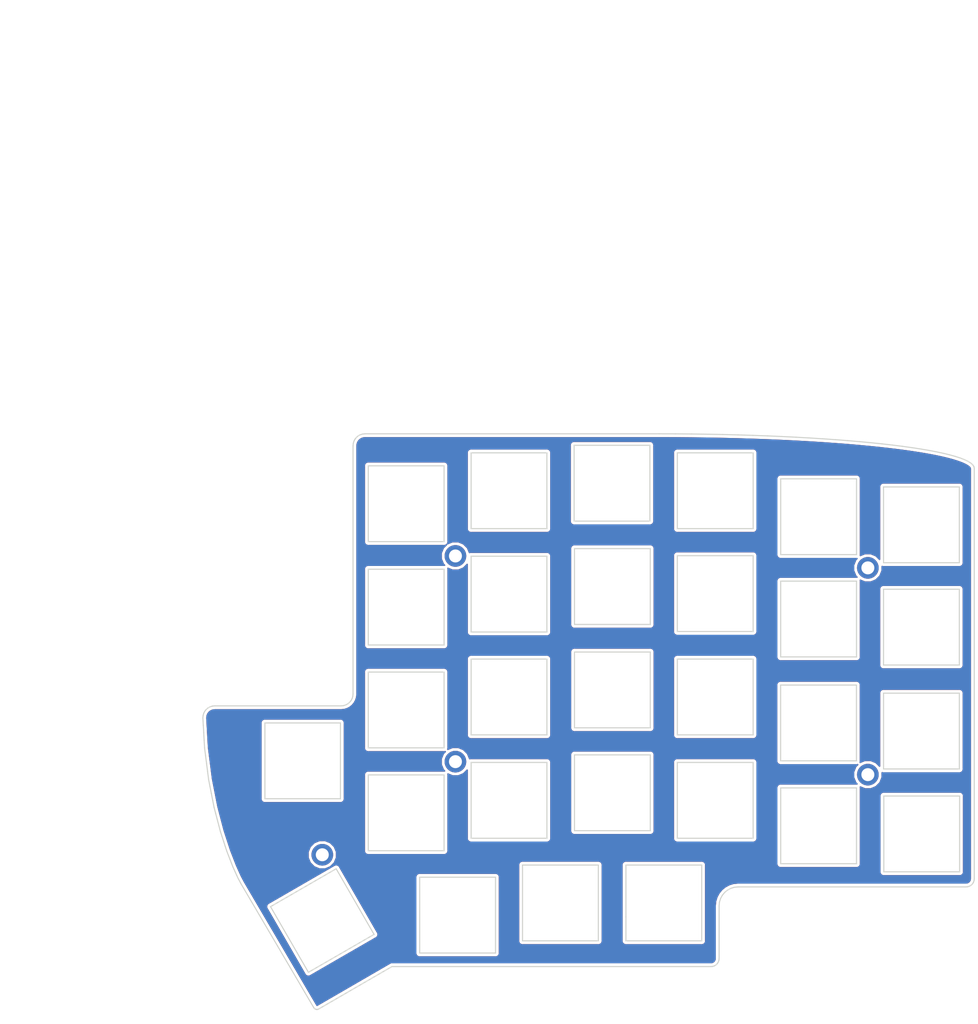
<source format=kicad_pcb>
(kicad_pcb (version 20171130) (host pcbnew "(5.0.0-3-g5ebb6b6)")

  (general
    (thickness 1.6)
    (drawings 289)
    (tracks 0)
    (zones 0)
    (modules 5)
    (nets 1)
  )

  (page A4)
  (layers
    (0 F.Cu signal)
    (31 B.Cu signal)
    (32 B.Adhes user)
    (33 F.Adhes user)
    (34 B.Paste user)
    (35 F.Paste user)
    (36 B.SilkS user)
    (37 F.SilkS user)
    (38 B.Mask user)
    (39 F.Mask user)
    (40 Dwgs.User user)
    (41 Cmts.User user)
    (42 Eco1.User user)
    (43 Eco2.User user)
    (44 Edge.Cuts user)
    (45 Margin user)
    (46 B.CrtYd user)
    (47 F.CrtYd user)
    (48 B.Fab user)
    (49 F.Fab user)
  )

  (setup
    (last_trace_width 0.25)
    (user_trace_width 0.25)
    (user_trace_width 0.5)
    (trace_clearance 0.2)
    (zone_clearance 0.508)
    (zone_45_only no)
    (trace_min 0.2)
    (segment_width 0.2)
    (edge_width 0.15)
    (via_size 0.6)
    (via_drill 0.4)
    (via_min_size 0.4)
    (via_min_drill 0.3)
    (uvia_size 0.3)
    (uvia_drill 0.1)
    (uvias_allowed no)
    (uvia_min_size 0.2)
    (uvia_min_drill 0.1)
    (pcb_text_width 0.3)
    (pcb_text_size 1.5 1.5)
    (mod_edge_width 0.15)
    (mod_text_size 1 1)
    (mod_text_width 0.15)
    (pad_size 1 2.1)
    (pad_drill 0.3)
    (pad_to_mask_clearance 0.2)
    (aux_axis_origin 0 0)
    (visible_elements FFFDFFFF)
    (pcbplotparams
      (layerselection 0x010f0_ffffffff)
      (usegerberextensions true)
      (usegerberattributes false)
      (usegerberadvancedattributes false)
      (creategerberjobfile false)
      (excludeedgelayer true)
      (linewidth 0.100000)
      (plotframeref false)
      (viasonmask false)
      (mode 1)
      (useauxorigin false)
      (hpglpennumber 1)
      (hpglpenspeed 20)
      (hpglpendiameter 15.000000)
      (psnegative false)
      (psa4output false)
      (plotreference true)
      (plotvalue true)
      (plotinvisibletext false)
      (padsonsilk false)
      (subtractmaskfromsilk true)
      (outputformat 1)
      (mirror false)
      (drillshape 0)
      (scaleselection 1)
      (outputdirectory "gerber/"))
  )

  (net 0 "")

  (net_class Default "これは標準のネット クラスです。"
    (clearance 0.2)
    (trace_width 0.25)
    (via_dia 0.6)
    (via_drill 0.4)
    (uvia_dia 0.3)
    (uvia_drill 0.1)
  )

  (net_class GND ""
    (clearance 0.2)
    (trace_width 0.5)
    (via_dia 0.6)
    (via_drill 0.4)
    (uvia_dia 0.3)
    (uvia_drill 0.1)
  )

  (net_class VCC ""
    (clearance 0.2)
    (trace_width 0.5)
    (via_dia 0.6)
    (via_drill 0.4)
    (uvia_dia 0.3)
    (uvia_drill 0.1)
  )

  (module Lily58-footprint:M2_HOLE_PCB (layer F.Cu) (tedit 5BA4F97A) (tstamp 5BA4F9D6)
    (at 129.6 57.7)
    (fp_text reference REF** (at 0 2.7) (layer F.SilkS) hide
      (effects (font (size 1 1) (thickness 0.15)))
    )
    (fp_text value M2_HOLE_PCB (at 0 -2.6) (layer F.Fab)
      (effects (font (size 1 1) (thickness 0.15)))
    )
    (pad "" thru_hole circle (at 0 0) (size 4 4) (drill 2.4) (layers *.Cu *.Mask))
  )

  (module Lily58-footprint:M2_HOLE_PCB (layer F.Cu) (tedit 5BA4F97A) (tstamp 5BA4F9F6)
    (at 205.8 59.9)
    (fp_text reference REF** (at 0 2.7) (layer F.SilkS) hide
      (effects (font (size 1 1) (thickness 0.15)))
    )
    (fp_text value M2_HOLE_PCB (at 0 -2.6) (layer F.Fab)
      (effects (font (size 1 1) (thickness 0.15)))
    )
    (pad "" thru_hole circle (at 0 0) (size 4 4) (drill 2.4) (layers *.Cu *.Mask))
  )

  (module Lily58-footprint:M2_HOLE_PCB (layer F.Cu) (tedit 5BA4F97A) (tstamp 5BA4FA06)
    (at 205.8 98.1)
    (fp_text reference REF** (at 0 2.7) (layer F.SilkS) hide
      (effects (font (size 1 1) (thickness 0.15)))
    )
    (fp_text value M2_HOLE_PCB (at 0 -2.6) (layer F.Fab)
      (effects (font (size 1 1) (thickness 0.15)))
    )
    (pad "" thru_hole circle (at 0 0) (size 4 4) (drill 2.4) (layers *.Cu *.Mask))
  )

  (module Lily58-footprint:M2_HOLE_PCB (layer F.Cu) (tedit 5BA4F97A) (tstamp 5BA4FA16)
    (at 129.6 95.7)
    (fp_text reference REF** (at 0 2.7) (layer F.SilkS) hide
      (effects (font (size 1 1) (thickness 0.15)))
    )
    (fp_text value M2_HOLE_PCB (at 0 -2.6) (layer F.Fab)
      (effects (font (size 1 1) (thickness 0.15)))
    )
    (pad "" thru_hole circle (at 0 0) (size 4 4) (drill 2.4) (layers *.Cu *.Mask))
  )

  (module Lily58-footprint:M2_HOLE_PCB (layer F.Cu) (tedit 5BA4F97A) (tstamp 5BA4FA26)
    (at 105 112.9)
    (fp_text reference REF** (at 0 2.7) (layer F.SilkS) hide
      (effects (font (size 1 1) (thickness 0.15)))
    )
    (fp_text value M2_HOLE_PCB (at 0 -2.6) (layer F.Fab)
      (effects (font (size 1 1) (thickness 0.15)))
    )
    (pad "" thru_hole circle (at 0 0) (size 4 4) (drill 2.4) (layers *.Cu *.Mask))
  )

  (gr_line (start 208.697755 58.949338) (end 208.697755 44.948872) (layer Edge.Cuts) (width 0.2))
  (gr_line (start 208.697755 44.948872) (end 222.69822 44.948872) (layer Edge.Cuts) (width 0.2))
  (gr_line (start 222.69822 58.949338) (end 208.697755 58.949338) (layer Edge.Cuts) (width 0.2))
  (gr_line (start 222.69822 44.948872) (end 222.69822 58.949338) (layer Edge.Cuts) (width 0.2))
  (gr_line (start 181.804897 35.335349) (end 178.987479 35.264503) (layer Edge.Cuts) (width 0.2))
  (gr_line (start 184.568127 35.42085) (end 181.804897 35.335349) (layer Edge.Cuts) (width 0.2))
  (gr_line (start 187.273528 35.520607) (end 184.568127 35.42085) (layer Edge.Cuts) (width 0.2))
  (gr_line (start 225.457916 41.485605) (end 225.457916 117.338584) (layer Edge.Cuts) (width 0.2))
  (gr_line (start 170.246534 35.143866) (end 167.248797 35.135611) (layer Edge.Cuts) (width 0.2))
  (gr_line (start 222.69822 77.848175) (end 208.697755 77.848175) (layer Edge.Cuts) (width 0.2))
  (gr_line (start 224.260412 118.808137) (end 223.957916 118.838584) (layer Edge.Cuts) (width 0.2))
  (gr_line (start 224.542068 118.720802) (end 224.260412 118.808137) (layer Edge.Cuts) (width 0.2))
  (gr_line (start 197.443967 36.054257) (end 195.006317 35.901446) (layer Edge.Cuts) (width 0.2))
  (gr_line (start 199.805571 36.219338) (end 197.443967 36.054257) (layer Edge.Cuts) (width 0.2))
  (gr_line (start 202.087487 36.396291) (end 199.805571 36.219338) (layer Edge.Cuts) (width 0.2))
  (gr_line (start 204.286071 36.584719) (end 202.087487 36.396291) (layer Edge.Cuts) (width 0.2))
  (gr_line (start 206.397682 36.784225) (end 204.286071 36.584719) (layer Edge.Cuts) (width 0.2))
  (gr_line (start 208.418675 36.994411) (end 206.397682 36.784225) (layer Edge.Cuts) (width 0.2))
  (gr_line (start 210.345407 37.214879) (end 208.418675 36.994411) (layer Edge.Cuts) (width 0.2))
  (gr_line (start 212.174237 37.445233) (end 210.345407 37.214879) (layer Edge.Cuts) (width 0.2))
  (gr_line (start 213.90152 37.685076) (end 212.174237 37.445233) (layer Edge.Cuts) (width 0.2))
  (gr_line (start 215.523614 37.934008) (end 213.90152 37.685076) (layer Edge.Cuts) (width 0.2))
  (gr_line (start 217.036875 38.191634) (end 215.523614 37.934008) (layer Edge.Cuts) (width 0.2))
  (gr_line (start 218.437661 38.457556) (end 217.036875 38.191634) (layer Edge.Cuts) (width 0.2))
  (gr_line (start 219.722329 38.731375) (end 218.437661 38.457556) (layer Edge.Cuts) (width 0.2))
  (gr_line (start 220.887236 39.012696) (end 219.722329 38.731375) (layer Edge.Cuts) (width 0.2))
  (gr_line (start 221.928738 39.30112) (end 220.887236 39.012696) (layer Edge.Cuts) (width 0.2))
  (gr_line (start 222.843192 39.596251) (end 221.928738 39.30112) (layer Edge.Cuts) (width 0.2))
  (gr_line (start 223.626956 39.897689) (end 222.843192 39.596251) (layer Edge.Cuts) (width 0.2))
  (gr_line (start 224.276387 40.20504) (end 223.626956 39.897689) (layer Edge.Cuts) (width 0.2))
  (gr_line (start 224.787842 40.517904) (end 224.276387 40.20504) (layer Edge.Cuts) (width 0.2))
  (gr_line (start 225.157677 40.835884) (end 224.787842 40.517904) (layer Edge.Cuts) (width 0.2))
  (gr_line (start 225.382249 41.158584) (end 225.157677 40.835884) (layer Edge.Cuts) (width 0.2))
  (gr_line (start 225.457916 41.485605) (end 225.382249 41.158584) (layer Edge.Cuts) (width 0.2))
  (gr_line (start 208.697755 77.848175) (end 208.697755 63.850249) (layer Edge.Cuts) (width 0.2))
  (gr_line (start 161.099535 124.372747) (end 161.099535 114.8) (layer Edge.Cuts) (width 0.2))
  (gr_line (start 175.1 128.800465) (end 161.099535 128.800465) (layer Edge.Cuts) (width 0.2))
  (gr_line (start 173.204655 35.168364) (end 170.246534 35.143866) (layer Edge.Cuts) (width 0.2))
  (gr_line (start 176.119518 35.208709) (end 173.204655 35.168364) (layer Edge.Cuts) (width 0.2))
  (gr_line (start 178.987479 35.264503) (end 176.119518 35.208709) (layer Edge.Cuts) (width 0.2))
  (gr_line (start 117.861089 133.560508) (end 176.817264 133.560508) (layer Edge.Cuts) (width 0.2))
  (gr_line (start 178.317264 122.338584) (end 178.317264 132.082902) (layer Edge.Cuts) (width 0.2))
  (gr_line (start 177.11976 133.530061) (end 176.817264 133.560508) (layer Edge.Cuts) (width 0.2))
  (gr_line (start 177.401416 133.442725) (end 177.11976 133.530061) (layer Edge.Cuts) (width 0.2))
  (gr_line (start 177.656225 133.304509) (end 177.401416 133.442725) (layer Edge.Cuts) (width 0.2))
  (gr_line (start 91.672462 121.142637) (end 93.354139 124.004164) (layer Edge.Cuts) (width 0.2))
  (gr_line (start 89.990785 118.28111) (end 91.672462 121.142637) (layer Edge.Cuts) (width 0.2))
  (gr_line (start 101.762522 138.311799) (end 103.444199 141.173326) (layer Edge.Cuts) (width 0.2))
  (gr_line (start 100.080845 135.450272) (end 101.762522 138.311799) (layer Edge.Cuts) (width 0.2))
  (gr_line (start 98.399169 132.588745) (end 100.080845 135.450272) (layer Edge.Cuts) (width 0.2))
  (gr_line (start 96.717492 129.727218) (end 98.399169 132.588745) (layer Edge.Cuts) (width 0.2))
  (gr_line (start 95.035815 126.865691) (end 96.717492 129.727218) (layer Edge.Cuts) (width 0.2))
  (gr_line (start 93.354139 124.004164) (end 95.035815 126.865691) (layer Edge.Cuts) (width 0.2))
  (gr_line (start 132.500088 76.75059) (end 146.500282 76.75059) (layer Edge.Cuts) (width 0.2))
  (gr_line (start 132.500088 90.750611) (end 132.500088 76.75059) (layer Edge.Cuts) (width 0.2))
  (gr_line (start 146.500282 90.750611) (end 132.500088 90.750611) (layer Edge.Cuts) (width 0.2))
  (gr_line (start 146.500282 109.849122) (end 146.500282 109.849122) (layer Edge.Cuts) (width 0.2))
  (gr_line (start 146.500282 95.849101) (end 146.500282 109.849122) (layer Edge.Cuts) (width 0.2))
  (gr_line (start 132.500088 95.849101) (end 146.500282 95.849101) (layer Edge.Cuts) (width 0.2))
  (gr_line (start 132.500088 109.849122) (end 132.500088 95.849101) (layer Edge.Cuts) (width 0.2))
  (gr_line (start 146.500282 109.849122) (end 132.500088 109.849122) (layer Edge.Cuts) (width 0.2))
  (gr_line (start 136.998669 131.0494) (end 136.998669 131.0494) (layer Edge.Cuts) (width 0.2))
  (gr_line (start 136.998669 117.049379) (end 136.998669 131.0494) (layer Edge.Cuts) (width 0.2))
  (gr_line (start 122.998474 117.049379) (end 136.998669 117.049379) (layer Edge.Cuts) (width 0.2))
  (gr_line (start 122.998474 131.0494) (end 122.998474 117.049379) (layer Edge.Cuts) (width 0.2))
  (gr_line (start 136.998669 131.0494) (end 122.998474 131.0494) (layer Edge.Cuts) (width 0.2))
  (gr_line (start 155.999226 128.798965) (end 155.999226 128.798965) (layer Edge.Cuts) (width 0.2))
  (gr_line (start 155.999226 114.798944) (end 155.999226 128.798965) (layer Edge.Cuts) (width 0.2))
  (gr_line (start 141.999031 114.798944) (end 155.999226 114.798944) (layer Edge.Cuts) (width 0.2))
  (gr_line (start 141.999031 128.798965) (end 141.999031 114.798944) (layer Edge.Cuts) (width 0.2))
  (gr_line (start 155.999226 128.798965) (end 141.999031 128.798965) (layer Edge.Cuts) (width 0.2))
  (gr_line (start 165.599007 108.448529) (end 165.599007 108.448529) (layer Edge.Cuts) (width 0.2))
  (gr_line (start 165.599007 94.448508) (end 165.599007 108.448529) (layer Edge.Cuts) (width 0.2))
  (gr_line (start 151.598813 94.448508) (end 165.599007 94.448508) (layer Edge.Cuts) (width 0.2))
  (gr_line (start 151.598813 108.448529) (end 151.598813 94.448508) (layer Edge.Cuts) (width 0.2))
  (gr_line (start 165.599007 108.448529) (end 151.598813 108.448529) (layer Edge.Cuts) (width 0.2))
  (gr_line (start 165.600149 89.448314) (end 165.600149 89.448314) (layer Edge.Cuts) (width 0.2))
  (gr_line (start 165.600149 75.448293) (end 165.600149 89.448314) (layer Edge.Cuts) (width 0.2))
  (gr_line (start 151.599955 75.448293) (end 165.600149 75.448293) (layer Edge.Cuts) (width 0.2))
  (gr_line (start 151.599955 89.448314) (end 151.599955 75.448293) (layer Edge.Cuts) (width 0.2))
  (gr_line (start 165.600149 89.448314) (end 151.599955 89.448314) (layer Edge.Cuts) (width 0.2))
  (gr_line (start 165.600149 70.350095) (end 165.600149 70.350095) (layer Edge.Cuts) (width 0.2))
  (gr_line (start 165.600149 56.350074) (end 165.600149 70.350095) (layer Edge.Cuts) (width 0.2))
  (gr_line (start 151.599955 56.350074) (end 165.600149 56.350074) (layer Edge.Cuts) (width 0.2))
  (gr_line (start 151.599955 70.350095) (end 151.599955 56.350074) (layer Edge.Cuts) (width 0.2))
  (gr_line (start 165.600149 70.350095) (end 151.599955 70.350095) (layer Edge.Cuts) (width 0.2))
  (gr_line (start 165.529285 51.259497) (end 165.529285 51.259497) (layer Edge.Cuts) (width 0.2))
  (gr_line (start 165.529285 37.259475) (end 165.529285 51.259497) (layer Edge.Cuts) (width 0.2))
  (gr_line (start 151.529091 37.259475) (end 165.529285 37.259475) (layer Edge.Cuts) (width 0.2))
  (gr_line (start 151.529091 51.259497) (end 151.529091 37.259475) (layer Edge.Cuts) (width 0.2))
  (gr_line (start 165.529285 51.259497) (end 151.529091 51.259497) (layer Edge.Cuts) (width 0.2))
  (gr_line (start 184.604097 52.648874) (end 184.604097 52.648874) (layer Edge.Cuts) (width 0.2))
  (gr_line (start 184.604097 38.648853) (end 184.604097 52.648874) (layer Edge.Cuts) (width 0.2))
  (gr_line (start 170.603903 38.648853) (end 184.604097 38.648853) (layer Edge.Cuts) (width 0.2))
  (gr_line (start 170.603903 52.648874) (end 170.603903 38.648853) (layer Edge.Cuts) (width 0.2))
  (gr_line (start 184.604097 52.648874) (end 170.603903 52.648874) (layer Edge.Cuts) (width 0.2))
  (gr_line (start 184.598166 71.649088) (end 184.598166 71.649088) (layer Edge.Cuts) (width 0.2))
  (gr_line (start 184.598166 57.649067) (end 184.598166 71.649088) (layer Edge.Cuts) (width 0.2))
  (gr_line (start 170.597972 57.649067) (end 184.598166 57.649067) (layer Edge.Cuts) (width 0.2))
  (gr_line (start 170.597972 71.649088) (end 170.597972 57.649067) (layer Edge.Cuts) (width 0.2))
  (gr_line (start 184.598166 71.649088) (end 170.597972 71.649088) (layer Edge.Cuts) (width 0.2))
  (gr_line (start 184.6002 90.748363) (end 184.6002 90.748363) (layer Edge.Cuts) (width 0.2))
  (gr_line (start 184.6002 76.748342) (end 184.6002 90.748363) (layer Edge.Cuts) (width 0.2))
  (gr_line (start 170.600006 76.748342) (end 184.6002 76.748342) (layer Edge.Cuts) (width 0.2))
  (gr_line (start 170.600006 90.748363) (end 170.600006 76.748342) (layer Edge.Cuts) (width 0.2))
  (gr_line (start 184.6002 90.748363) (end 170.600006 90.748363) (layer Edge.Cuts) (width 0.2))
  (gr_line (start 184.599436 109.849336) (end 184.599436 109.849336) (layer Edge.Cuts) (width 0.2))
  (gr_line (start 184.599436 95.849315) (end 184.599436 109.849336) (layer Edge.Cuts) (width 0.2))
  (gr_line (start 170.599242 95.849315) (end 184.599436 95.849315) (layer Edge.Cuts) (width 0.2))
  (gr_line (start 170.599242 109.849336) (end 170.599242 95.849315) (layer Edge.Cuts) (width 0.2))
  (gr_line (start 184.599436 109.849336) (end 170.599242 109.849336) (layer Edge.Cuts) (width 0.2))
  (gr_line (start 203.698925 76.349563) (end 203.698925 76.349563) (layer Edge.Cuts) (width 0.2))
  (gr_line (start 203.698925 62.349542) (end 203.698925 76.349563) (layer Edge.Cuts) (width 0.2))
  (gr_line (start 189.698731 62.349542) (end 203.698925 62.349542) (layer Edge.Cuts) (width 0.2))
  (gr_line (start 189.698731 76.349563) (end 189.698731 62.349542) (layer Edge.Cuts) (width 0.2))
  (gr_line (start 203.698925 76.349563) (end 189.698731 76.349563) (layer Edge.Cuts) (width 0.2))
  (gr_line (start 203.685052 95.549381) (end 203.685052 95.549381) (layer Edge.Cuts) (width 0.2))
  (gr_line (start 203.685052 81.54936) (end 203.685052 95.549381) (layer Edge.Cuts) (width 0.2))
  (gr_line (start 189.684858 81.54936) (end 203.685052 81.54936) (layer Edge.Cuts) (width 0.2))
  (gr_line (start 189.684858 95.549381) (end 189.684858 81.54936) (layer Edge.Cuts) (width 0.2))
  (gr_line (start 203.685052 95.549381) (end 189.684858 95.549381) (layer Edge.Cuts) (width 0.2))
  (gr_line (start 203.699937 114.548326) (end 203.699937 114.548326) (layer Edge.Cuts) (width 0.2))
  (gr_line (start 203.699937 100.548305) (end 203.699937 114.548326) (layer Edge.Cuts) (width 0.2))
  (gr_line (start 189.699743 100.548305) (end 203.699937 100.548305) (layer Edge.Cuts) (width 0.2))
  (gr_line (start 189.699743 114.548326) (end 189.699743 100.548305) (layer Edge.Cuts) (width 0.2))
  (gr_line (start 203.699937 114.548326) (end 189.699743 114.548326) (layer Edge.Cuts) (width 0.2))
  (gr_line (start 203.700067 57.449463) (end 203.700067 57.449463) (layer Edge.Cuts) (width 0.2))
  (gr_line (start 203.700067 43.449442) (end 203.700067 57.449463) (layer Edge.Cuts) (width 0.2))
  (gr_line (start 189.699873 43.449442) (end 203.700067 43.449442) (layer Edge.Cuts) (width 0.2))
  (gr_line (start 189.699873 57.449463) (end 189.699873 43.449442) (layer Edge.Cuts) (width 0.2))
  (gr_line (start 203.700067 57.449463) (end 189.699873 57.449463) (layer Edge.Cuts) (width 0.2))
  (gr_line (start 167.248797 35.135611) (end 112.880028 35.135611) (layer Edge.Cuts) (width 0.2))
  (gr_line (start 89.842011 117.999639) (end 89.99125 118.28111) (layer Edge.Cuts) (width 0.2))
  (gr_line (start 89.692772 117.718169) (end 89.842011 117.999639) (layer Edge.Cuts) (width 0.2))
  (gr_line (start 89.543534 117.436698) (end 89.692772 117.718169) (layer Edge.Cuts) (width 0.2))
  (gr_line (start 89.394295 117.155227) (end 89.543534 117.436698) (layer Edge.Cuts) (width 0.2))
  (gr_line (start 89.165926 116.650939) (end 89.394295 117.155227) (layer Edge.Cuts) (width 0.2))
  (gr_line (start 88.937556 116.146652) (end 89.165926 116.650939) (layer Edge.Cuts) (width 0.2))
  (gr_line (start 88.709186 115.642364) (end 88.937556 116.146652) (layer Edge.Cuts) (width 0.2))
  (gr_line (start 88.480816 115.138077) (end 88.709186 115.642364) (layer Edge.Cuts) (width 0.2))
  (gr_line (start 88.202469 114.421385) (end 88.480816 115.138077) (layer Edge.Cuts) (width 0.2))
  (gr_line (start 87.924122 113.704692) (end 88.202469 114.421385) (layer Edge.Cuts) (width 0.2))
  (gr_line (start 87.645775 112.988) (end 87.924122 113.704692) (layer Edge.Cuts) (width 0.2))
  (gr_line (start 87.367427 112.271308) (end 87.645775 112.988) (layer Edge.Cuts) (width 0.2))
  (gr_line (start 87.068256 111.352623) (end 87.367427 112.271308) (layer Edge.Cuts) (width 0.2))
  (gr_line (start 86.769085 110.433938) (end 87.068256 111.352623) (layer Edge.Cuts) (width 0.2))
  (gr_line (start 86.469914 109.515254) (end 86.769085 110.433938) (layer Edge.Cuts) (width 0.2))
  (gr_line (start 86.170742 108.596569) (end 86.469914 109.515254) (layer Edge.Cuts) (width 0.2))
  (gr_line (start 85.879901 107.486303) (end 86.170742 108.596569) (layer Edge.Cuts) (width 0.2))
  (gr_line (start 85.589059 106.376038) (end 85.879901 107.486303) (layer Edge.Cuts) (width 0.2))
  (gr_line (start 85.298217 105.265772) (end 85.589059 106.376038) (layer Edge.Cuts) (width 0.2))
  (gr_line (start 85.007376 104.155507) (end 85.298217 105.265772) (layer Edge.Cuts) (width 0.2))
  (gr_line (start 84.754017 102.864073) (end 85.007376 104.155507) (layer Edge.Cuts) (width 0.2))
  (gr_line (start 84.500659 101.572639) (end 84.754017 102.864073) (layer Edge.Cuts) (width 0.2))
  (gr_line (start 84.2473 100.281204) (end 84.500659 101.572639) (layer Edge.Cuts) (width 0.2))
  (gr_line (start 83.993942 98.98977) (end 84.2473 100.281204) (layer Edge.Cuts) (width 0.2))
  (gr_line (start 83.80722 97.527579) (end 83.993942 98.98977) (layer Edge.Cuts) (width 0.2))
  (gr_line (start 83.620498 96.065389) (end 83.80722 97.527579) (layer Edge.Cuts) (width 0.2))
  (gr_line (start 83.433777 94.603198) (end 83.620498 96.065389) (layer Edge.Cuts) (width 0.2))
  (gr_line (start 83.247055 93.141007) (end 83.433777 94.603198) (layer Edge.Cuts) (width 0.2))
  (gr_line (start 83.169362 91.754688) (end 83.247055 93.141007) (layer Edge.Cuts) (width 0.2))
  (gr_line (start 83.091669 90.368368) (end 83.169362 91.754688) (layer Edge.Cuts) (width 0.2))
  (gr_line (start 83.013976 88.982049) (end 83.091669 90.368368) (layer Edge.Cuts) (width 0.2))
  (gr_line (start 82.936283 87.59573) (end 83.013976 88.982049) (layer Edge.Cuts) (width 0.2))
  (gr_line (start 104.273955 141.420283) (end 104.454674 141.320606) (layer Edge.Cuts) (width 0.2))
  (gr_line (start 104.146472 141.461525) (end 104.273955 141.420283) (layer Edge.Cuts) (width 0.2))
  (gr_line (start 104.022958 141.472149) (end 104.146472 141.461525) (layer Edge.Cuts) (width 0.2))
  (gr_line (start 103.909017 141.470991) (end 104.022958 141.472149) (layer Edge.Cuts) (width 0.2))
  (gr_line (start 103.801432 141.437539) (end 103.909017 141.470991) (layer Edge.Cuts) (width 0.2))
  (gr_line (start 103.690268 141.386487) (end 103.801432 141.437539) (layer Edge.Cuts) (width 0.2))
  (gr_line (start 103.539842 141.291766) (end 103.690268 141.386487) (layer Edge.Cuts) (width 0.2))
  (gr_line (start 103.444199 141.173326) (end 103.539842 141.291766) (layer Edge.Cuts) (width 0.2))
  (gr_line (start 116.184535 134.529634) (end 117.86023 133.559495) (layer Edge.Cuts) (width 0.2))
  (gr_line (start 114.508841 135.499772) (end 116.184535 134.529634) (layer Edge.Cuts) (width 0.2))
  (gr_line (start 112.833147 136.469911) (end 114.508841 135.499772) (layer Edge.Cuts) (width 0.2))
  (gr_line (start 111.157452 137.44005) (end 112.833147 136.469911) (layer Edge.Cuts) (width 0.2))
  (gr_line (start 109.481758 138.410189) (end 111.157452 137.44005) (layer Edge.Cuts) (width 0.2))
  (gr_line (start 107.806063 139.380328) (end 109.481758 138.410189) (layer Edge.Cuts) (width 0.2))
  (gr_line (start 106.130369 140.350467) (end 107.806063 139.380328) (layer Edge.Cuts) (width 0.2))
  (gr_line (start 104.454674 141.320606) (end 106.130369 140.350467) (layer Edge.Cuts) (width 0.2))
  (gr_line (start 132.499196 57.749611) (end 146.49939 57.749611) (layer Edge.Cuts) (width 0.2))
  (gr_line (start 132.499196 71.749632) (end 132.499196 57.749611) (layer Edge.Cuts) (width 0.2))
  (gr_line (start 146.49939 71.749632) (end 132.499196 71.749632) (layer Edge.Cuts) (width 0.2))
  (gr_line (start 146.500282 90.750611) (end 146.500282 90.750611) (layer Edge.Cuts) (width 0.2))
  (gr_line (start 146.500282 76.75059) (end 146.500282 90.750611) (layer Edge.Cuts) (width 0.2))
  (gr_line (start 146.49939 52.648874) (end 132.499196 52.648874) (layer Edge.Cuts) (width 0.2))
  (gr_line (start 146.49939 71.749632) (end 146.49939 71.749632) (layer Edge.Cuts) (width 0.2))
  (gr_line (start 146.49939 57.749611) (end 146.49939 71.749632) (layer Edge.Cuts) (width 0.2))
  (gr_line (start 127.499089 55.049168) (end 127.499089 55.049168) (layer Edge.Cuts) (width 0.2))
  (gr_line (start 127.499089 41.049147) (end 127.499089 55.049168) (layer Edge.Cuts) (width 0.2))
  (gr_line (start 113.498895 41.049147) (end 127.499089 41.049147) (layer Edge.Cuts) (width 0.2))
  (gr_line (start 113.498895 55.049168) (end 113.498895 41.049147) (layer Edge.Cuts) (width 0.2))
  (gr_line (start 127.499089 55.049168) (end 113.498895 55.049168) (layer Edge.Cuts) (width 0.2))
  (gr_line (start 146.49939 52.648874) (end 146.49939 52.648874) (layer Edge.Cuts) (width 0.2))
  (gr_line (start 146.49939 38.648853) (end 146.49939 52.648874) (layer Edge.Cuts) (width 0.2))
  (gr_line (start 132.499196 38.648853) (end 146.49939 38.648853) (layer Edge.Cuts) (width 0.2))
  (gr_line (start 132.499196 52.648874) (end 132.499196 38.648853) (layer Edge.Cuts) (width 0.2))
  (gr_line (start 127.500106 74.150477) (end 127.500106 74.150477) (layer Edge.Cuts) (width 0.2))
  (gr_line (start 127.500106 60.150456) (end 127.500106 74.150477) (layer Edge.Cuts) (width 0.2))
  (gr_line (start 113.499912 60.150456) (end 127.500106 60.150456) (layer Edge.Cuts) (width 0.2))
  (gr_line (start 113.499912 74.150477) (end 113.499912 60.150456) (layer Edge.Cuts) (width 0.2))
  (gr_line (start 127.500106 74.150477) (end 113.499912 74.150477) (layer Edge.Cuts) (width 0.2))
  (gr_line (start 85.135693 85.393398) (end 108.480785 85.393594) (layer Edge.Cuts) (width 0.2))
  (gr_line (start 108.351468 102.549392) (end 108.351468 102.549392) (layer Edge.Cuts) (width 0.2))
  (gr_line (start 108.351468 88.549371) (end 108.351468 102.549392) (layer Edge.Cuts) (width 0.2))
  (gr_line (start 94.399278 88.549371) (end 108.351468 88.549371) (layer Edge.Cuts) (width 0.2))
  (gr_line (start 94.399278 102.549392) (end 94.399278 88.549371) (layer Edge.Cuts) (width 0.2))
  (gr_line (start 108.351468 102.549392) (end 94.399278 102.549392) (layer Edge.Cuts) (width 0.2))
  (gr_line (start 114.561755 127.611016) (end 114.561755 127.611016) (layer Edge.Cuts) (width 0.2))
  (gr_line (start 107.561744 115.486642) (end 114.561755 127.611016) (layer Edge.Cuts) (width 0.2))
  (gr_line (start 95.43722 122.486739) (end 107.561744 115.486642) (layer Edge.Cuts) (width 0.2))
  (gr_line (start 102.437231 134.611113) (end 95.43722 122.486739) (layer Edge.Cuts) (width 0.2))
  (gr_line (start 114.561755 127.611016) (end 102.437231 134.611113) (layer Edge.Cuts) (width 0.2))
  (gr_line (start 127.499089 112.150571) (end 127.499089 112.150571) (layer Edge.Cuts) (width 0.2))
  (gr_line (start 127.499089 98.15055) (end 127.499089 112.150571) (layer Edge.Cuts) (width 0.2))
  (gr_line (start 113.498895 98.15055) (end 127.499089 98.15055) (layer Edge.Cuts) (width 0.2))
  (gr_line (start 113.498895 112.150571) (end 113.498895 98.15055) (layer Edge.Cuts) (width 0.2))
  (gr_line (start 127.499089 112.150571) (end 113.498895 112.150571) (layer Edge.Cuts) (width 0.2))
  (gr_line (start 127.499089 93.147646) (end 127.499089 93.147646) (layer Edge.Cuts) (width 0.2))
  (gr_line (start 127.499089 79.147625) (end 127.499089 93.147646) (layer Edge.Cuts) (width 0.2))
  (gr_line (start 113.498895 79.147625) (end 127.499089 79.147625) (layer Edge.Cuts) (width 0.2))
  (gr_line (start 113.498895 93.147646) (end 113.498895 79.147625) (layer Edge.Cuts) (width 0.2))
  (gr_line (start 127.499089 93.147646) (end 113.498895 93.147646) (layer Edge.Cuts) (width 0.2))
  (gr_line (start 110.507703 84.050253) (end 110.635773 83.637157) (layer Edge.Cuts) (width 0.2))
  (gr_line (start 110.305023 84.423972) (end 110.507703 84.050253) (layer Edge.Cuts) (width 0.2))
  (gr_line (start 110.036541 84.749502) (end 110.305023 84.423972) (layer Edge.Cuts) (width 0.2))
  (gr_line (start 109.711069 85.018031) (end 110.036541 84.749502) (layer Edge.Cuts) (width 0.2))
  (gr_line (start 109.337416 85.220748) (end 109.711069 85.018031) (layer Edge.Cuts) (width 0.2))
  (gr_line (start 108.924394 85.34884) (end 109.337416 85.220748) (layer Edge.Cuts) (width 0.2))
  (gr_line (start 108.480812 85.393496) (end 108.924394 85.34884) (layer Edge.Cuts) (width 0.2))
  (gr_line (start 110.635773 83.637157) (end 110.68042 83.193496) (layer Edge.Cuts) (width 0.2))
  (gr_line (start 85.135449 85.393594) (end 84.687607 85.437666) (layer Edge.Cuts) (width 0.2))
  (gr_line (start 83.307614 86.357346) (end 83.106839 86.731697) (layer Edge.Cuts) (width 0.2))
  (gr_line (start 83.574355 86.032485) (end 83.307614 86.357346) (layer Edge.Cuts) (width 0.2))
  (gr_line (start 83.898784 85.765395) (end 83.574355 86.032485) (layer Edge.Cuts) (width 0.2))
  (gr_line (start 84.272627 85.564361) (end 83.898784 85.765395) (layer Edge.Cuts) (width 0.2))
  (gr_line (start 84.687607 85.437666) (end 84.272627 85.564361) (layer Edge.Cuts) (width 0.2))
  (gr_line (start 82.980305 87.147252) (end 82.936288 87.59573) (layer Edge.Cuts) (width 0.2))
  (gr_line (start 83.106839 86.731697) (end 82.980305 87.147252) (layer Edge.Cuts) (width 0.2))
  (gr_line (start 112.436447 35.180267) (end 112.023424 35.308359) (layer Edge.Cuts) (width 0.2))
  (gr_line (start 112.880028 35.135611) (end 112.436447 35.180267) (layer Edge.Cuts) (width 0.2))
  (gr_line (start 110.725068 36.89195) (end 110.68042 37.335611) (layer Edge.Cuts) (width 0.2))
  (gr_line (start 110.853137 36.478855) (end 110.725068 36.89195) (layer Edge.Cuts) (width 0.2))
  (gr_line (start 111.055818 36.105136) (end 110.853137 36.478855) (layer Edge.Cuts) (width 0.2))
  (gr_line (start 111.3243 35.779605) (end 111.055818 36.105136) (layer Edge.Cuts) (width 0.2))
  (gr_line (start 111.649772 35.511076) (end 111.3243 35.779605) (layer Edge.Cuts) (width 0.2))
  (gr_line (start 112.023424 35.308359) (end 111.649772 35.511076) (layer Edge.Cuts) (width 0.2))
  (gr_line (start 222.748884 116.049248) (end 208.74869 116.049248) (layer Edge.Cuts) (width 0.2))
  (gr_line (start 222.748884 116.049248) (end 222.748884 116.049248) (layer Edge.Cuts) (width 0.2))
  (gr_line (start 222.748884 102.049227) (end 222.748884 116.049248) (layer Edge.Cuts) (width 0.2))
  (gr_line (start 208.74869 102.049227) (end 222.748884 102.049227) (layer Edge.Cuts) (width 0.2))
  (gr_line (start 208.74869 116.049248) (end 208.74869 102.049227) (layer Edge.Cuts) (width 0.2))
  (gr_line (start 208.699914 97.050562) (end 208.699914 83.050541) (layer Edge.Cuts) (width 0.2))
  (gr_line (start 222.700108 97.050562) (end 208.699914 97.050562) (layer Edge.Cuts) (width 0.2))
  (gr_line (start 110.68042 83.193496) (end 110.68042 37.34925) (layer Edge.Cuts) (width 0.2))
  (gr_line (start 222.700108 97.050562) (end 222.700108 97.050562) (layer Edge.Cuts) (width 0.2))
  (gr_line (start 222.700108 83.050541) (end 222.700108 97.050562) (layer Edge.Cuts) (width 0.2))
  (gr_line (start 208.699914 83.050541) (end 222.700108 83.050541) (layer Edge.Cuts) (width 0.2))
  (gr_line (start 177.878177 133.121421) (end 177.656225 133.304509) (layer Edge.Cuts) (width 0.2))
  (gr_line (start 178.061265 132.899468) (end 177.878177 133.121421) (layer Edge.Cuts) (width 0.2))
  (gr_line (start 178.199481 132.64466) (end 178.061265 132.899468) (layer Edge.Cuts) (width 0.2))
  (gr_line (start 178.286817 132.363004) (end 178.199481 132.64466) (layer Edge.Cuts) (width 0.2))
  (gr_line (start 178.317264 132.060508) (end 178.286817 132.363004) (layer Edge.Cuts) (width 0.2))
  (gr_line (start 181.817264 118.838584) (end 223.957916 118.838584) (layer Edge.Cuts) (width 0.2))
  (gr_line (start 181.11144 118.909627) (end 181.817264 118.838584) (layer Edge.Cuts) (width 0.2))
  (gr_line (start 180.454242 119.11341) (end 181.11144 118.909627) (layer Edge.Cuts) (width 0.2))
  (gr_line (start 179.859689 119.435914) (end 180.454242 119.11341) (layer Edge.Cuts) (width 0.2))
  (gr_line (start 179.3418 119.86312) (end 179.859689 119.435914) (layer Edge.Cuts) (width 0.2))
  (gr_line (start 178.914594 120.381009) (end 179.3418 119.86312) (layer Edge.Cuts) (width 0.2))
  (gr_line (start 178.59209 120.975562) (end 178.914594 120.381009) (layer Edge.Cuts) (width 0.2))
  (gr_line (start 178.388307 121.63276) (end 178.59209 120.975562) (layer Edge.Cuts) (width 0.2))
  (gr_line (start 178.317264 122.338584) (end 178.388307 121.63276) (layer Edge.Cuts) (width 0.2))
  (gr_line (start 189.917455 35.634224) (end 187.273528 35.520607) (layer Edge.Cuts) (width 0.2))
  (gr_line (start 192.496266 35.761303) (end 189.917455 35.634224) (layer Edge.Cuts) (width 0.2))
  (gr_line (start 195.006317 35.901446) (end 192.496266 35.761303) (layer Edge.Cuts) (width 0.2))
  (gr_line (start 222.69822 63.850249) (end 222.69822 77.848175) (layer Edge.Cuts) (width 0.2))
  (gr_line (start 224.796877 118.582586) (end 224.542068 118.720802) (layer Edge.Cuts) (width 0.2))
  (gr_line (start 225.018829 118.399497) (end 224.796877 118.582586) (layer Edge.Cuts) (width 0.2))
  (gr_line (start 225.201917 118.177545) (end 225.018829 118.399497) (layer Edge.Cuts) (width 0.2))
  (gr_line (start 225.340133 117.922737) (end 225.201917 118.177545) (layer Edge.Cuts) (width 0.2))
  (gr_line (start 225.427469 117.64108) (end 225.340133 117.922737) (layer Edge.Cuts) (width 0.2))
  (gr_line (start 225.457916 117.338584) (end 225.427469 117.64108) (layer Edge.Cuts) (width 0.2))
  (gr_line (start 161.099535 114.8) (end 175.1 114.8) (layer Edge.Cuts) (width 0.2))
  (gr_line (start 161.099535 128.800465) (end 161.099535 124.372747) (layer Edge.Cuts) (width 0.2))
  (gr_line (start 208.697755 63.850249) (end 222.69822 63.850249) (layer Edge.Cuts) (width 0.2))
  (gr_line (start 175.1 114.8) (end 175.1 128.800465) (layer Edge.Cuts) (width 0.2))
  (dimension 107 (width 0.3) (layer Eco1.User)
    (gr_text "107.000 mm" (at 77.910647 90.490685 270) (layer Eco1.User)
      (effects (font (size 1.5 1.5) (thickness 0.3)))
    )
    (feature1 (pts (xy 83.010647 143.990685) (xy 79.424226 143.990685)))
    (feature2 (pts (xy 83.010647 36.990685) (xy 79.424226 36.990685)))
    (crossbar (pts (xy 80.010647 36.990685) (xy 80.010647 143.990685)))
    (arrow1a (pts (xy 80.010647 143.990685) (xy 79.424226 142.864181)))
    (arrow1b (pts (xy 80.010647 143.990685) (xy 80.597068 142.864181)))
    (arrow2a (pts (xy 80.010647 36.990685) (xy 79.424226 38.117189)))
    (arrow2b (pts (xy 80.010647 36.990685) (xy 80.597068 38.117189)))
  )
  (dimension 143 (width 0.3) (layer Eco1.User)
    (gr_text "143.000 mm" (at 154.5 31.888589) (layer Eco1.User)
      (effects (font (size 1.5 1.5) (thickness 0.3)))
    )
    (feature1 (pts (xy 226 36.988589) (xy 226 33.402168)))
    (feature2 (pts (xy 83 36.988589) (xy 83 33.402168)))
    (crossbar (pts (xy 83 33.988589) (xy 226 33.988589)))
    (arrow1a (pts (xy 226 33.988589) (xy 224.873496 34.57501)))
    (arrow1b (pts (xy 226 33.988589) (xy 224.873496 33.402168)))
    (arrow2a (pts (xy 83 33.988589) (xy 84.126504 34.57501)))
    (arrow2b (pts (xy 83 33.988589) (xy 84.126504 33.402168)))
  )
  (gr_line (start 45.503294 -44.952764) (end 45.503294 -44.952764) (layer Eco2.User) (width 0.1))

  (zone (net 0) (net_name "") (layers F&B.Cu) (tstamp 0) (hatch edge 0.508)
    (connect_pads (clearance 0.508))
    (min_thickness 0.254)
    (keepout (tracks not_allowed) (vias not_allowed) (copperpour not_allowed))
    (fill (arc_segments 16) (thermal_gap 0.508) (thermal_bridge_width 0.508))
    (polygon
      (pts
        (xy 208.7 44.9) (xy 222.7 44.9) (xy 222.7 59) (xy 208.7 59)
      )
    )
  )
  (zone (net 0) (net_name "") (layers F&B.Cu) (tstamp 0) (hatch edge 0.508)
    (connect_pads (clearance 0.508))
    (min_thickness 0.254)
    (keepout (tracks not_allowed) (vias not_allowed) (copperpour not_allowed))
    (fill (arc_segments 16) (thermal_gap 0.508) (thermal_bridge_width 0.508))
    (polygon
      (pts
        (xy 208.7 63.8) (xy 222.7 63.8) (xy 222.7 77.9) (xy 208.7 77.9)
      )
    )
  )
  (zone (net 0) (net_name "") (layers F&B.Cu) (tstamp 0) (hatch edge 0.508)
    (connect_pads (clearance 0.508))
    (min_thickness 0.254)
    (keepout (tracks not_allowed) (vias not_allowed) (copperpour not_allowed))
    (fill (arc_segments 16) (thermal_gap 0.508) (thermal_bridge_width 0.508))
    (polygon
      (pts
        (xy 208.7 83) (xy 222.7 83) (xy 222.7 97.1) (xy 208.7 97.1)
      )
    )
  )
  (zone (net 0) (net_name "") (layers F&B.Cu) (tstamp 0) (hatch edge 0.508)
    (connect_pads (clearance 0.508))
    (min_thickness 0.254)
    (keepout (tracks not_allowed) (vias not_allowed) (copperpour not_allowed))
    (fill (arc_segments 16) (thermal_gap 0.508) (thermal_bridge_width 0.508))
    (polygon
      (pts
        (xy 208.7 102) (xy 222.8 102) (xy 222.8 116.1) (xy 208.8 116.1) (xy 208.7 116.1)
      )
    )
  )
  (zone (net 0) (net_name "") (layers F&B.Cu) (tstamp 0) (hatch edge 0.508)
    (connect_pads (clearance 0.508))
    (min_thickness 0.254)
    (keepout (tracks not_allowed) (vias not_allowed) (copperpour not_allowed))
    (fill (arc_segments 16) (thermal_gap 0.508) (thermal_bridge_width 0.508))
    (polygon
      (pts
        (xy 189.7 43.4) (xy 203.7 43.4) (xy 203.7 57.5) (xy 189.7 57.5)
      )
    )
  )
  (zone (net 0) (net_name "") (layers F&B.Cu) (tstamp 0) (hatch edge 0.508)
    (connect_pads (clearance 0.508))
    (min_thickness 0.254)
    (keepout (tracks not_allowed) (vias not_allowed) (copperpour not_allowed))
    (fill (arc_segments 16) (thermal_gap 0.508) (thermal_bridge_width 0.508))
    (polygon
      (pts
        (xy 189.7 62.3) (xy 203.7 62.3) (xy 203.7 76.4) (xy 189.7 76.4)
      )
    )
  )
  (zone (net 0) (net_name "") (layers F&B.Cu) (tstamp 0) (hatch edge 0.508)
    (connect_pads (clearance 0.508))
    (min_thickness 0.254)
    (keepout (tracks not_allowed) (vias not_allowed) (copperpour not_allowed))
    (fill (arc_segments 16) (thermal_gap 0.508) (thermal_bridge_width 0.508))
    (polygon
      (pts
        (xy 189.7 81.5) (xy 203.7 81.5) (xy 203.7 95.6) (xy 189.7 95.6)
      )
    )
  )
  (zone (net 0) (net_name "") (layers F&B.Cu) (tstamp 0) (hatch edge 0.508)
    (connect_pads (clearance 0.508))
    (min_thickness 0.254)
    (keepout (tracks not_allowed) (vias not_allowed) (copperpour not_allowed))
    (fill (arc_segments 16) (thermal_gap 0.508) (thermal_bridge_width 0.508))
    (polygon
      (pts
        (xy 189.7 100.5) (xy 203.7 100.5) (xy 203.7 114.6) (xy 189.7 114.6)
      )
    )
  )
  (zone (net 0) (net_name "") (layers F&B.Cu) (tstamp 0) (hatch edge 0.508)
    (connect_pads (clearance 0.508))
    (min_thickness 0.254)
    (keepout (tracks not_allowed) (vias not_allowed) (copperpour not_allowed))
    (fill (arc_segments 16) (thermal_gap 0.508) (thermal_bridge_width 0.508))
    (polygon
      (pts
        (xy 170.6 95.8) (xy 184.6 95.8) (xy 184.6 109.9) (xy 170.6 109.9)
      )
    )
  )
  (zone (net 0) (net_name "") (layers F&B.Cu) (tstamp 0) (hatch edge 0.508)
    (connect_pads (clearance 0.508))
    (min_thickness 0.254)
    (keepout (tracks not_allowed) (vias not_allowed) (copperpour not_allowed))
    (fill (arc_segments 16) (thermal_gap 0.508) (thermal_bridge_width 0.508))
    (polygon
      (pts
        (xy 170.6 76.7) (xy 184.6 76.7) (xy 184.6 90.8) (xy 170.6 90.8)
      )
    )
  )
  (zone (net 0) (net_name "") (layers F&B.Cu) (tstamp 0) (hatch edge 0.508)
    (connect_pads (clearance 0.508))
    (min_thickness 0.254)
    (keepout (tracks not_allowed) (vias not_allowed) (copperpour not_allowed))
    (fill (arc_segments 16) (thermal_gap 0.508) (thermal_bridge_width 0.508))
    (polygon
      (pts
        (xy 170.6 57.6) (xy 184.5 57.6) (xy 184.6 57.6) (xy 184.6 71.7) (xy 170.6 71.7)
      )
    )
  )
  (zone (net 0) (net_name "") (layers F&B.Cu) (tstamp 0) (hatch edge 0.508)
    (connect_pads (clearance 0.508))
    (min_thickness 0.254)
    (keepout (tracks not_allowed) (vias not_allowed) (copperpour not_allowed))
    (fill (arc_segments 16) (thermal_gap 0.508) (thermal_bridge_width 0.508))
    (polygon
      (pts
        (xy 170.6 38.6) (xy 184.6 38.6) (xy 184.6 52.7) (xy 170.6 52.7)
      )
    )
  )
  (zone (net 0) (net_name "") (layers F&B.Cu) (tstamp 0) (hatch edge 0.508)
    (connect_pads (clearance 0.508))
    (min_thickness 0.254)
    (keepout (tracks not_allowed) (vias not_allowed) (copperpour not_allowed))
    (fill (arc_segments 16) (thermal_gap 0.508) (thermal_bridge_width 0.508))
    (polygon
      (pts
        (xy 151.5 37.2) (xy 165.5 37.2) (xy 165.5 51.2) (xy 165.5 51.3) (xy 151.5 51.3)
      )
    )
  )
  (zone (net 0) (net_name "") (layers F&B.Cu) (tstamp 0) (hatch edge 0.508)
    (connect_pads (clearance 0.508))
    (min_thickness 0.254)
    (keepout (tracks not_allowed) (vias not_allowed) (copperpour not_allowed))
    (fill (arc_segments 16) (thermal_gap 0.508) (thermal_bridge_width 0.508))
    (polygon
      (pts
        (xy 151.6 56.3) (xy 165.6 56.3) (xy 165.6 70.4) (xy 151.6 70.4)
      )
    )
  )
  (zone (net 0) (net_name "") (layers F&B.Cu) (tstamp 0) (hatch edge 0.508)
    (connect_pads (clearance 0.508))
    (min_thickness 0.254)
    (keepout (tracks not_allowed) (vias not_allowed) (copperpour not_allowed))
    (fill (arc_segments 16) (thermal_gap 0.508) (thermal_bridge_width 0.508))
    (polygon
      (pts
        (xy 151.6 75.4) (xy 165.6 75.4) (xy 165.6 89.5) (xy 151.6 89.5)
      )
    )
  )
  (zone (net 0) (net_name "") (layers F&B.Cu) (tstamp 0) (hatch edge 0.508)
    (connect_pads (clearance 0.508))
    (min_thickness 0.254)
    (keepout (tracks not_allowed) (vias not_allowed) (copperpour not_allowed))
    (fill (arc_segments 16) (thermal_gap 0.508) (thermal_bridge_width 0.508))
    (polygon
      (pts
        (xy 151.6 94.4) (xy 165.6 94.4) (xy 165.6 108.5) (xy 151.6 108.5)
      )
    )
  )
  (zone (net 0) (net_name "") (layers F&B.Cu) (tstamp 0) (hatch edge 0.508)
    (connect_pads (clearance 0.508))
    (min_thickness 0.254)
    (keepout (tracks not_allowed) (vias not_allowed) (copperpour not_allowed))
    (fill (arc_segments 16) (thermal_gap 0.508) (thermal_bridge_width 0.508))
    (polygon
      (pts
        (xy 175.1 114.8) (xy 161.1 114.8) (xy 161.1 128.8) (xy 175.1 128.8)
      )
    )
  )
  (zone (net 0) (net_name "") (layers F&B.Cu) (tstamp 0) (hatch edge 0.508)
    (connect_pads (clearance 0.508))
    (min_thickness 0.254)
    (keepout (tracks not_allowed) (vias not_allowed) (copperpour not_allowed))
    (fill (arc_segments 16) (thermal_gap 0.508) (thermal_bridge_width 0.508))
    (polygon
      (pts
        (xy 142 114.8) (xy 156 114.8) (xy 156 128.8) (xy 142 128.8)
      )
    )
  )
  (zone (net 0) (net_name "") (layers F&B.Cu) (tstamp 0) (hatch edge 0.508)
    (connect_pads (clearance 0.508))
    (min_thickness 0.254)
    (keepout (tracks not_allowed) (vias not_allowed) (copperpour not_allowed))
    (fill (arc_segments 16) (thermal_gap 0.508) (thermal_bridge_width 0.508))
    (polygon
      (pts
        (xy 132.5 95.8) (xy 146.5 95.8) (xy 146.5 109.9) (xy 132.5 109.9)
      )
    )
  )
  (zone (net 0) (net_name "") (layers F&B.Cu) (tstamp 0) (hatch edge 0.508)
    (connect_pads (clearance 0.508))
    (min_thickness 0.254)
    (keepout (tracks not_allowed) (vias not_allowed) (copperpour not_allowed))
    (fill (arc_segments 16) (thermal_gap 0.508) (thermal_bridge_width 0.508))
    (polygon
      (pts
        (xy 132.5 76.7) (xy 146.5 76.7) (xy 146.5 90.8) (xy 132.5 90.8)
      )
    )
  )
  (zone (net 0) (net_name "") (layers F&B.Cu) (tstamp 0) (hatch edge 0.508)
    (connect_pads (clearance 0.508))
    (min_thickness 0.254)
    (keepout (tracks not_allowed) (vias not_allowed) (copperpour not_allowed))
    (fill (arc_segments 16) (thermal_gap 0.508) (thermal_bridge_width 0.508))
    (polygon
      (pts
        (xy 132.5 57.7) (xy 146.5 57.7) (xy 146.5 71.7) (xy 132.5 71.7)
      )
    )
  )
  (zone (net 0) (net_name "") (layers F&B.Cu) (tstamp 0) (hatch edge 0.508)
    (connect_pads (clearance 0.508))
    (min_thickness 0.254)
    (keepout (tracks not_allowed) (vias not_allowed) (copperpour not_allowed))
    (fill (arc_segments 16) (thermal_gap 0.508) (thermal_bridge_width 0.508))
    (polygon
      (pts
        (xy 132.5 38.6) (xy 146.5 38.6) (xy 146.5 52.7) (xy 132.5 52.7)
      )
    )
  )
  (zone (net 0) (net_name "") (layers F&B.Cu) (tstamp 0) (hatch edge 0.508)
    (connect_pads (clearance 0.508))
    (min_thickness 0.254)
    (keepout (tracks not_allowed) (vias not_allowed) (copperpour not_allowed))
    (fill (arc_segments 16) (thermal_gap 0.508) (thermal_bridge_width 0.508))
    (polygon
      (pts
        (xy 113.5 41) (xy 127.5 41) (xy 127.5 55.1) (xy 113.5 55.1)
      )
    )
  )
  (zone (net 0) (net_name "") (layers F&B.Cu) (tstamp 0) (hatch edge 0.508)
    (connect_pads (clearance 0.508))
    (min_thickness 0.254)
    (keepout (tracks not_allowed) (vias not_allowed) (copperpour not_allowed))
    (fill (arc_segments 16) (thermal_gap 0.508) (thermal_bridge_width 0.508))
    (polygon
      (pts
        (xy 113.5 60.1) (xy 127.5 60.1) (xy 127.5 74.2) (xy 113.5 74.2)
      )
    )
  )
  (zone (net 0) (net_name "") (layers F&B.Cu) (tstamp 0) (hatch edge 0.508)
    (connect_pads (clearance 0.508))
    (min_thickness 0.254)
    (keepout (tracks not_allowed) (vias not_allowed) (copperpour not_allowed))
    (fill (arc_segments 16) (thermal_gap 0.508) (thermal_bridge_width 0.508))
    (polygon
      (pts
        (xy 113.5 79.2) (xy 127.5 79.1) (xy 127.5 93.2) (xy 113.5 93.2)
      )
    )
  )
  (zone (net 0) (net_name "") (layers F&B.Cu) (tstamp 0) (hatch edge 0.508)
    (connect_pads (clearance 0.508))
    (min_thickness 0.254)
    (keepout (tracks not_allowed) (vias not_allowed) (copperpour not_allowed))
    (fill (arc_segments 16) (thermal_gap 0.508) (thermal_bridge_width 0.508))
    (polygon
      (pts
        (xy 113.5 98.1) (xy 127.5 98.1) (xy 127.5 112.2) (xy 113.5 112.2) (xy 113.5 98.2)
      )
    )
  )
  (zone (net 0) (net_name "") (layers F&B.Cu) (tstamp 0) (hatch edge 0.508)
    (connect_pads (clearance 0.508))
    (min_thickness 0.254)
    (keepout (tracks not_allowed) (vias not_allowed) (copperpour not_allowed))
    (fill (arc_segments 16) (thermal_gap 0.508) (thermal_bridge_width 0.508))
    (polygon
      (pts
        (xy 123 117) (xy 137 117) (xy 137 131.1) (xy 123 131.1)
      )
    )
  )
  (zone (net 0) (net_name "") (layers F&B.Cu) (tstamp 0) (hatch edge 0.508)
    (connect_pads (clearance 0.508))
    (min_thickness 0.254)
    (keepout (tracks not_allowed) (vias not_allowed) (copperpour not_allowed))
    (fill (arc_segments 16) (thermal_gap 0.508) (thermal_bridge_width 0.508))
    (polygon
      (pts
        (xy 95.5 122.5) (xy 107.6 115.5) (xy 114.6 127.6) (xy 102.4 134.6)
      )
    )
  )
  (zone (net 0) (net_name "") (layers F&B.Cu) (tstamp 0) (hatch edge 0.508)
    (connect_pads (clearance 0.508))
    (min_thickness 0.254)
    (keepout (tracks not_allowed) (vias not_allowed) (copperpour not_allowed))
    (fill (arc_segments 16) (thermal_gap 0.508) (thermal_bridge_width 0.508))
    (polygon
      (pts
        (xy 94.4 88.5) (xy 108.4 88.5) (xy 108.4 102.6) (xy 94.4 102.6)
      )
    )
  )
  (zone (net 0) (net_name "") (layer F.Cu) (tstamp 5BC6931D) (hatch edge 0.508)
    (connect_pads (clearance 0.508))
    (min_thickness 0.254)
    (fill yes (arc_segments 16) (thermal_gap 0.508) (thermal_bridge_width 0.508))
    (polygon
      (pts
        (xy 110.7 35.2) (xy 225.5 36) (xy 225.5 119) (xy 180.5 119) (xy 178.5 121)
        (xy 178.5 133.5) (xy 118 133.5) (xy 104 141.5) (xy 103.5 141.5) (xy 90 118.5)
        (xy 85.5 106) (xy 83 90) (xy 83 85.5) (xy 109.5 85) (xy 110.5 83.5)
      )
    )
    (filled_polygon
      (pts
        (xy 170.242437 35.878857) (xy 173.196616 35.903322) (xy 176.107379 35.943611) (xy 178.970942 35.999319) (xy 181.784327 36.070064)
        (xy 184.543269 36.155432) (xy 187.244246 36.255027) (xy 189.883634 36.368449) (xy 192.457806 36.4953) (xy 194.962804 36.635161)
        (xy 197.395374 36.787654) (xy 199.751519 36.952353) (xy 202.027635 37.128856) (xy 204.220086 37.316758) (xy 206.325174 37.515647)
        (xy 208.338848 37.725072) (xy 210.257732 37.944642) (xy 212.077757 38.173888) (xy 213.795275 38.412375) (xy 215.406213 38.659596)
        (xy 216.906653 38.915039) (xy 218.292506 39.178127) (xy 219.559417 39.448161) (xy 220.702855 39.724297) (xy 221.717701 40.00534)
        (xy 222.598218 40.289519) (xy 223.337426 40.573821) (xy 223.926412 40.852566) (xy 224.35367 41.113926) (xy 224.60771 41.332346)
        (xy 224.698085 41.462212) (xy 224.722916 41.569526) (xy 224.722917 117.301683) (xy 224.703563 117.493966) (xy 224.659549 117.635913)
        (xy 224.58972 117.764644) (xy 224.496717 117.87739) (xy 224.383977 117.970389) (xy 224.255248 118.040215) (xy 224.113297 118.084231)
        (xy 223.921024 118.103584) (xy 181.852573 118.103584) (xy 181.81568 118.10003) (xy 181.780371 118.103584) (xy 181.744876 118.103584)
        (xy 181.708517 118.110816) (xy 181.181769 118.163835) (xy 181.180303 118.1634) (xy 181.036619 118.178445) (xy 180.965809 118.185572)
        (xy 180.964381 118.186009) (xy 180.962897 118.186164) (xy 180.894986 118.207222) (xy 180.756762 118.249475) (xy 180.755582 118.250448)
        (xy 180.192792 118.424957) (xy 180.167421 118.432823) (xy 180.167419 118.432824) (xy 180.163008 118.435217) (xy 179.510435 118.789194)
        (xy 179.447822 118.822864) (xy 179.446784 118.82372) (xy 179.44561 118.824357) (xy 179.391273 118.869511) (xy 178.875341 119.295103)
        (xy 178.820876 119.339573) (xy 178.819692 119.341008) (xy 178.818252 119.342196) (xy 178.773662 119.396809) (xy 178.348303 119.912458)
        (xy 178.303037 119.96693) (xy 178.302398 119.968107) (xy 178.301544 119.969143) (xy 178.26793 120.031651) (xy 177.911503 120.688742)
        (xy 177.905585 120.707828) (xy 177.729128 121.276901) (xy 177.728154 121.278083) (xy 177.685863 121.41643) (xy 177.664844 121.484218)
        (xy 177.664689 121.4857) (xy 177.664252 121.487129) (xy 177.657131 121.557879) (xy 177.642079 121.701624) (xy 177.642515 121.703093)
        (xy 177.589496 122.229838) (xy 177.582264 122.266197) (xy 177.582264 122.301691) (xy 177.57871 122.337001) (xy 177.582264 122.373894)
        (xy 177.582265 132.023607) (xy 177.562911 132.215888) (xy 177.518896 132.357836) (xy 177.449068 132.486568) (xy 177.356066 132.599312)
        (xy 177.243323 132.692313) (xy 177.114594 132.762139) (xy 176.972644 132.806155) (xy 176.780372 132.825508) (xy 117.899573 132.825508)
        (xy 117.761524 132.816626) (xy 117.660815 132.850946) (xy 117.574306 132.868154) (xy 117.489321 132.924939) (xy 115.753627 133.929815)
        (xy 114.20323 134.827413) (xy 114.203225 134.827415) (xy 112.527533 135.797553) (xy 112.527531 135.797554) (xy 110.851838 136.767692)
        (xy 110.851836 136.767693) (xy 109.176144 137.737831) (xy 109.176142 137.737832) (xy 107.500449 138.70797) (xy 107.500447 138.707971)
        (xy 105.824755 139.678109) (xy 105.824753 139.67811) (xy 104.092995 140.680707) (xy 104.028219 140.716435) (xy 102.432872 138.001806)
        (xy 100.677842 135.015463) (xy 99.06952 132.278754) (xy 99.069519 132.278752) (xy 97.387842 129.417225) (xy 95.632812 126.430882)
        (xy 94.02449 123.694173) (xy 94.024489 123.694171) (xy 93.372384 122.584554) (xy 94.694233 122.584554) (xy 94.788222 122.861438)
        (xy 94.836886 122.916928) (xy 101.76451 134.915925) (xy 101.788233 134.985812) (xy 101.836895 135.0413) (xy 101.836896 135.041302)
        (xy 101.981026 135.205651) (xy 102.243272 135.334976) (xy 102.535046 135.3541) (xy 102.742041 135.283835) (xy 102.81193 135.260111)
        (xy 102.86742 135.211447) (xy 114.824165 128.308218) (xy 114.848538 128.30337) (xy 114.889644 128.275904) (xy 114.936454 128.260014)
        (xy 114.991942 128.211352) (xy 114.991944 128.211351) (xy 115.010153 128.195383) (xy 115.09166 128.140921) (xy 115.119126 128.099816)
        (xy 115.156293 128.067221) (xy 115.199648 127.979306) (xy 115.254109 127.897799) (xy 115.263754 127.849311) (xy 115.285618 127.804975)
        (xy 115.292029 127.707164) (xy 115.311154 127.611016) (xy 115.301509 127.562527) (xy 115.304742 127.513201) (xy 115.30426 127.511779)
        (xy 115.273234 127.420379) (xy 115.254109 127.324233) (xy 115.226643 127.283127) (xy 115.210753 127.236317) (xy 115.162091 127.180829)
        (xy 109.312695 117.049379) (xy 122.249075 117.049379) (xy 122.263475 117.121772) (xy 122.263474 130.977012) (xy 122.249075 131.0494)
        (xy 122.30612 131.336183) (xy 122.402349 131.4802) (xy 122.468569 131.579305) (xy 122.711691 131.741754) (xy 122.998474 131.798799)
        (xy 123.070862 131.7844) (xy 136.926281 131.7844) (xy 136.998669 131.798799) (xy 137.071057 131.7844) (xy 137.285452 131.741754)
        (xy 137.528574 131.579305) (xy 137.691023 131.336183) (xy 137.748068 131.0494) (xy 137.733669 130.977012) (xy 137.733669 117.121767)
        (xy 137.748068 117.049379) (xy 137.691023 116.762596) (xy 137.528574 116.519474) (xy 137.285452 116.357025) (xy 137.071057 116.314379)
        (xy 136.998669 116.29998) (xy 136.926281 116.314379) (xy 123.070862 116.314379) (xy 122.998474 116.29998) (xy 122.926086 116.314379)
        (xy 122.711691 116.357025) (xy 122.468569 116.519474) (xy 122.30612 116.762596) (xy 122.249075 117.049379) (xy 109.312695 117.049379)
        (xy 108.234467 115.181834) (xy 108.210742 115.111943) (xy 108.017948 114.892104) (xy 107.829038 114.798944) (xy 141.249632 114.798944)
        (xy 141.264032 114.871337) (xy 141.264031 128.726577) (xy 141.249632 128.798965) (xy 141.306677 129.085748) (xy 141.433542 129.275615)
        (xy 141.469126 129.32887) (xy 141.712248 129.491319) (xy 141.999031 129.548364) (xy 142.071419 129.533965) (xy 155.926838 129.533965)
        (xy 155.999226 129.548364) (xy 156.071614 129.533965) (xy 156.286009 129.491319) (xy 156.529131 129.32887) (xy 156.69158 129.085748)
        (xy 156.748625 128.798965) (xy 156.734226 128.726577) (xy 156.734226 114.871332) (xy 156.748414 114.8) (xy 160.350136 114.8)
        (xy 160.364536 114.872393) (xy 160.364535 124.445134) (xy 160.364536 124.445139) (xy 160.364535 128.728077) (xy 160.350136 128.800465)
        (xy 160.407181 129.087248) (xy 160.435198 129.129178) (xy 160.56963 129.33037) (xy 160.812752 129.492819) (xy 161.099535 129.549864)
        (xy 161.171923 129.535465) (xy 175.027612 129.535465) (xy 175.1 129.549864) (xy 175.172388 129.535465) (xy 175.386783 129.492819)
        (xy 175.629905 129.33037) (xy 175.792354 129.087248) (xy 175.849399 128.800465) (xy 175.835 128.728077) (xy 175.835 114.872388)
        (xy 175.849399 114.8) (xy 175.792354 114.513217) (xy 175.629905 114.270095) (xy 175.386783 114.107646) (xy 175.172388 114.065)
        (xy 175.1 114.050601) (xy 175.027612 114.065) (xy 161.171923 114.065) (xy 161.099535 114.050601) (xy 161.027147 114.065)
        (xy 160.812752 114.107646) (xy 160.56963 114.270095) (xy 160.407181 114.513217) (xy 160.350136 114.8) (xy 156.748414 114.8)
        (xy 156.748625 114.798944) (xy 156.69158 114.512161) (xy 156.529131 114.269039) (xy 156.286009 114.10659) (xy 156.071614 114.063944)
        (xy 155.999226 114.049545) (xy 155.926838 114.063944) (xy 142.071419 114.063944) (xy 141.999031 114.049545) (xy 141.926643 114.063944)
        (xy 141.712248 114.10659) (xy 141.469126 114.269039) (xy 141.306677 114.512161) (xy 141.249632 114.798944) (xy 107.829038 114.798944)
        (xy 107.755702 114.762779) (xy 107.582078 114.751399) (xy 107.463929 114.743655) (xy 107.463928 114.743655) (xy 107.256933 114.81392)
        (xy 107.256932 114.813921) (xy 107.187045 114.837644) (xy 107.131557 114.886306) (xy 95.132412 121.814016) (xy 95.062521 121.837741)
        (xy 94.842682 122.030535) (xy 94.713357 122.292781) (xy 94.694233 122.584554) (xy 93.372384 122.584554) (xy 92.269459 120.707828)
        (xy 90.637371 117.93068) (xy 90.524099 117.717044) (xy 90.355966 117.399941) (xy 90.158995 117.028443) (xy 90.054395 116.831164)
        (xy 89.805609 116.281791) (xy 89.805608 116.28179) (xy 89.577238 115.777503) (xy 89.40522 115.39765) (xy 89.15867 114.853219)
        (xy 88.91378 114.222675) (xy 88.635435 113.505984) (xy 88.357124 112.789387) (xy 88.357123 112.789383) (xy 88.204735 112.397012)
        (xy 102.360881 112.397012) (xy 102.365 112.910655) (xy 102.365 113.424134) (xy 102.369199 113.434271) (xy 102.369287 113.445247)
        (xy 102.754257 114.374647) (xy 102.760175 114.378171) (xy 102.766155 114.392608) (xy 103.507392 115.133845) (xy 103.521829 115.139825)
        (xy 103.525353 115.145743) (xy 104.001483 115.338504) (xy 104.475866 115.535) (xy 104.486838 115.535) (xy 104.497012 115.539119)
        (xy 105.010655 115.535) (xy 105.524134 115.535) (xy 105.534271 115.530801) (xy 105.545247 115.530713) (xy 106.474647 115.145743)
        (xy 106.478171 115.139825) (xy 106.492608 115.133845) (xy 107.233845 114.392608) (xy 107.239825 114.378171) (xy 107.245743 114.374647)
        (xy 107.438504 113.898517) (xy 107.635 113.424134) (xy 107.635 113.413162) (xy 107.639119 113.402988) (xy 107.635 112.889345)
        (xy 107.635 112.375866) (xy 107.630801 112.365729) (xy 107.630713 112.354753) (xy 107.245743 111.425353) (xy 107.239825 111.421829)
        (xy 107.233845 111.407392) (xy 106.492608 110.666155) (xy 106.478171 110.660175) (xy 106.474647 110.654257) (xy 105.998517 110.461496)
        (xy 105.524134 110.265) (xy 105.513162 110.265) (xy 105.502988 110.260881) (xy 104.989345 110.265) (xy 104.475866 110.265)
        (xy 104.465729 110.269199) (xy 104.454753 110.269287) (xy 103.525353 110.654257) (xy 103.521829 110.660175) (xy 103.507392 110.666155)
        (xy 102.766155 111.407392) (xy 102.760175 111.421829) (xy 102.754257 111.425353) (xy 102.561496 111.901483) (xy 102.365 112.375866)
        (xy 102.365 112.386838) (xy 102.360881 112.397012) (xy 88.204735 112.397012) (xy 88.059974 112.024283) (xy 87.789546 111.193862)
        (xy 87.445546 110.137518) (xy 87.445546 110.137517) (xy 87.146375 109.218834) (xy 86.876292 108.389473) (xy 86.572567 107.230025)
        (xy 86.318412 106.259813) (xy 86.318412 106.259809) (xy 86.02757 105.149547) (xy 86.02757 105.149543) (xy 85.724203 103.991463)
        (xy 85.489204 102.793612) (xy 85.489204 102.793609) (xy 85.207974 101.360108) (xy 85.207974 101.360107) (xy 84.982487 100.210744)
        (xy 84.982487 100.21074) (xy 84.719914 98.872336) (xy 84.527129 97.362671) (xy 84.340407 95.900481) (xy 84.153686 94.438291)
        (xy 83.979442 93.073808) (xy 83.89916 91.641287) (xy 83.899159 91.641283) (xy 83.821467 90.254967) (xy 83.821466 90.254963)
        (xy 83.743774 88.868648) (xy 83.743773 88.868644) (xy 83.725881 88.549371) (xy 93.649879 88.549371) (xy 93.664279 88.621764)
        (xy 93.664278 102.477004) (xy 93.649879 102.549392) (xy 93.706924 102.836175) (xy 93.824543 103.012204) (xy 93.869373 103.079297)
        (xy 94.112495 103.241746) (xy 94.399278 103.298791) (xy 94.471666 103.284392) (xy 108.27908 103.284392) (xy 108.351468 103.298791)
        (xy 108.423856 103.284392) (xy 108.452075 103.278779) (xy 108.638251 103.241746) (xy 108.881373 103.079297) (xy 109.043822 102.836175)
        (xy 109.086468 102.62178) (xy 109.086468 102.621779) (xy 109.100867 102.549392) (xy 109.086468 102.477004) (xy 109.086468 88.621759)
        (xy 109.100867 88.549371) (xy 109.043822 88.262588) (xy 108.881373 88.019466) (xy 108.638251 87.857017) (xy 108.423856 87.814371)
        (xy 108.351468 87.799972) (xy 108.27908 87.814371) (xy 94.471666 87.814371) (xy 94.399278 87.799972) (xy 94.32689 87.814371)
        (xy 94.112495 87.857017) (xy 93.869373 88.019466) (xy 93.706924 88.262588) (xy 93.649879 88.549371) (xy 83.725881 88.549371)
        (xy 83.673302 87.611185) (xy 83.704669 87.291601) (xy 83.78884 87.015173) (xy 83.921325 86.76815) (xy 84.096884 86.554339)
        (xy 84.310329 86.378618) (xy 84.556737 86.246112) (xy 84.832321 86.161975) (xy 85.173518 86.128398) (xy 108.446517 86.128593)
        (xy 108.482409 86.13205) (xy 108.516741 86.128594) (xy 108.553166 86.128594) (xy 108.590499 86.121168) (xy 108.854089 86.094632)
        (xy 108.855568 86.095071) (xy 108.999385 86.080005) (xy 109.070039 86.072892) (xy 109.071476 86.072453) (xy 109.072972 86.072296)
        (xy 109.140848 86.051245) (xy 109.279084 86.008986) (xy 109.280275 86.008004) (xy 109.415499 85.966067) (xy 109.415502 85.966067)
        (xy 109.525805 85.931857) (xy 109.624273 85.901319) (xy 109.624277 85.901317) (xy 109.624286 85.901314) (xy 109.754884 85.830461)
        (xy 109.816414 85.79708) (xy 109.816415 85.797078) (xy 110.060559 85.664623) (xy 110.122988 85.631045) (xy 110.124019 85.630195)
        (xy 110.125194 85.629557) (xy 110.179765 85.584201) (xy 110.502914 85.317589) (xy 110.55751 85.273005) (xy 110.558697 85.271565)
        (xy 110.560134 85.27038) (xy 110.604629 85.215874) (xy 110.87124 84.892612) (xy 110.916612 84.838005) (xy 110.917255 84.83682)
        (xy 110.918109 84.835784) (xy 110.951634 84.773429) (xy 111.168004 84.374468) (xy 111.188303 84.337042) (xy 111.188305 84.337034)
        (xy 111.188312 84.337022) (xy 111.208287 84.272582) (xy 111.294967 83.992993) (xy 111.295932 83.991822) (xy 111.338143 83.853727)
        (xy 111.359244 83.785665) (xy 111.359398 83.784189) (xy 111.359831 83.782774) (xy 111.366947 83.712061) (xy 111.381997 83.568257)
        (xy 111.381565 83.566801) (xy 111.408189 83.302236) (xy 111.41542 83.265884) (xy 111.41542 83.230382) (xy 111.418974 83.195066)
        (xy 111.41542 83.15818) (xy 111.41542 79.147625) (xy 112.749496 79.147625) (xy 112.763896 79.220018) (xy 112.763895 93.075258)
        (xy 112.749496 93.147646) (xy 112.806541 93.434429) (xy 112.81979 93.454257) (xy 112.96899 93.677551) (xy 113.212112 93.84)
        (xy 113.498895 93.897045) (xy 113.571283 93.882646) (xy 127.426701 93.882646) (xy 127.499089 93.897045) (xy 127.571477 93.882646)
        (xy 127.720554 93.852993) (xy 127.366155 94.207392) (xy 127.360175 94.221829) (xy 127.354257 94.225353) (xy 127.161496 94.701483)
        (xy 126.965 95.175866) (xy 126.965 95.186838) (xy 126.960881 95.197012) (xy 126.965 95.710655) (xy 126.965 96.224134)
        (xy 126.969199 96.234271) (xy 126.969287 96.245247) (xy 127.354257 97.174647) (xy 127.360175 97.178171) (xy 127.366155 97.192608)
        (xy 127.593472 97.419925) (xy 127.571477 97.41555) (xy 127.499089 97.401151) (xy 127.426701 97.41555) (xy 113.571283 97.41555)
        (xy 113.498895 97.401151) (xy 113.426507 97.41555) (xy 113.212112 97.458196) (xy 112.96899 97.620645) (xy 112.806541 97.863767)
        (xy 112.749496 98.15055) (xy 112.763896 98.222943) (xy 112.763895 112.078183) (xy 112.749496 112.150571) (xy 112.806541 112.437354)
        (xy 112.951586 112.654429) (xy 112.96899 112.680476) (xy 113.212112 112.842925) (xy 113.498895 112.89997) (xy 113.571283 112.885571)
        (xy 127.426701 112.885571) (xy 127.499089 112.89997) (xy 127.571477 112.885571) (xy 127.785872 112.842925) (xy 128.028994 112.680476)
        (xy 128.191443 112.437354) (xy 128.248488 112.150571) (xy 128.234089 112.078183) (xy 128.234089 98.222938) (xy 128.248488 98.15055)
        (xy 128.214966 97.982023) (xy 128.601483 98.138504) (xy 129.075866 98.335) (xy 129.086838 98.335) (xy 129.097012 98.339119)
        (xy 129.610655 98.335) (xy 130.124134 98.335) (xy 130.134271 98.330801) (xy 130.145247 98.330713) (xy 131.074647 97.945743)
        (xy 131.078171 97.939825) (xy 131.092608 97.933845) (xy 131.765089 97.261364) (xy 131.765088 109.776734) (xy 131.750689 109.849122)
        (xy 131.807734 110.135905) (xy 131.967917 110.375635) (xy 131.970183 110.379027) (xy 132.213305 110.541476) (xy 132.500088 110.598521)
        (xy 132.572476 110.584122) (xy 146.427894 110.584122) (xy 146.500282 110.598521) (xy 146.57267 110.584122) (xy 146.787065 110.541476)
        (xy 147.030187 110.379027) (xy 147.192636 110.135905) (xy 147.249681 109.849122) (xy 147.235282 109.776734) (xy 147.235282 95.921489)
        (xy 147.249681 95.849101) (xy 147.192636 95.562318) (xy 147.030187 95.319196) (xy 146.787065 95.156747) (xy 146.57267 95.114101)
        (xy 146.500282 95.099702) (xy 146.427894 95.114101) (xy 132.572476 95.114101) (xy 132.500088 95.099702) (xy 132.4277 95.114101)
        (xy 132.230151 95.153396) (xy 131.938177 94.448508) (xy 150.849414 94.448508) (xy 150.863814 94.520901) (xy 150.863813 108.376141)
        (xy 150.849414 108.448529) (xy 150.906459 108.735312) (xy 151.047056 108.94573) (xy 151.068908 108.978434) (xy 151.31203 109.140883)
        (xy 151.598813 109.197928) (xy 151.671201 109.183529) (xy 165.526619 109.183529) (xy 165.599007 109.197928) (xy 165.671395 109.183529)
        (xy 165.88579 109.140883) (xy 166.128912 108.978434) (xy 166.291361 108.735312) (xy 166.348406 108.448529) (xy 166.334007 108.376141)
        (xy 166.334007 95.849315) (xy 169.849843 95.849315) (xy 169.864243 95.921708) (xy 169.864242 109.776948) (xy 169.849843 109.849336)
        (xy 169.906888 110.136119) (xy 170.066928 110.375635) (xy 170.069337 110.379241) (xy 170.312459 110.54169) (xy 170.599242 110.598735)
        (xy 170.67163 110.584336) (xy 184.527048 110.584336) (xy 184.599436 110.598735) (xy 184.671824 110.584336) (xy 184.886219 110.54169)
        (xy 185.129341 110.379241) (xy 185.29179 110.136119) (xy 185.348835 109.849336) (xy 185.334436 109.776948) (xy 185.334436 95.921703)
        (xy 185.348835 95.849315) (xy 185.29179 95.562532) (xy 185.129341 95.31941) (xy 184.886219 95.156961) (xy 184.671824 95.114315)
        (xy 184.599436 95.099916) (xy 184.527048 95.114315) (xy 170.67163 95.114315) (xy 170.599242 95.099916) (xy 170.526854 95.114315)
        (xy 170.312459 95.156961) (xy 170.069337 95.31941) (xy 169.906888 95.562532) (xy 169.849843 95.849315) (xy 166.334007 95.849315)
        (xy 166.334007 94.520896) (xy 166.348406 94.448508) (xy 166.291361 94.161725) (xy 166.128912 93.918603) (xy 165.88579 93.756154)
        (xy 165.671395 93.713508) (xy 165.599007 93.699109) (xy 165.526619 93.713508) (xy 151.671201 93.713508) (xy 151.598813 93.699109)
        (xy 151.526425 93.713508) (xy 151.31203 93.756154) (xy 151.068908 93.918603) (xy 150.906459 94.161725) (xy 150.849414 94.448508)
        (xy 131.938177 94.448508) (xy 131.845743 94.225353) (xy 131.839825 94.221829) (xy 131.833845 94.207392) (xy 131.092608 93.466155)
        (xy 131.078171 93.460175) (xy 131.074647 93.454257) (xy 130.598517 93.261496) (xy 130.124134 93.065) (xy 130.113162 93.065)
        (xy 130.102988 93.060881) (xy 129.589345 93.065) (xy 129.075866 93.065) (xy 129.065729 93.069199) (xy 129.054753 93.069287)
        (xy 128.193079 93.426204) (xy 128.248488 93.147646) (xy 128.234089 93.075258) (xy 128.234089 79.220013) (xy 128.248488 79.147625)
        (xy 128.191443 78.860842) (xy 128.028994 78.61772) (xy 127.785872 78.455271) (xy 127.571477 78.412625) (xy 127.499089 78.398226)
        (xy 127.426701 78.412625) (xy 113.571283 78.412625) (xy 113.498895 78.398226) (xy 113.426507 78.412625) (xy 113.212112 78.455271)
        (xy 112.96899 78.61772) (xy 112.806541 78.860842) (xy 112.749496 79.147625) (xy 111.41542 79.147625) (xy 111.41542 76.75059)
        (xy 131.750689 76.75059) (xy 131.765089 76.822983) (xy 131.765088 90.678223) (xy 131.750689 90.750611) (xy 131.807734 91.037394)
        (xy 131.95331 91.255264) (xy 131.970183 91.280516) (xy 132.213305 91.442965) (xy 132.500088 91.50001) (xy 132.572476 91.485611)
        (xy 146.427894 91.485611) (xy 146.500282 91.50001) (xy 146.57267 91.485611) (xy 146.583972 91.483363) (xy 146.787065 91.442965)
        (xy 147.030187 91.280516) (xy 147.192636 91.037394) (xy 147.235282 90.822999) (xy 147.235282 90.822998) (xy 147.249681 90.750611)
        (xy 147.235282 90.678223) (xy 147.235282 76.822978) (xy 147.249681 76.75059) (xy 147.192636 76.463807) (xy 147.030187 76.220685)
        (xy 146.787065 76.058236) (xy 146.57267 76.01559) (xy 146.500282 76.001191) (xy 146.427894 76.01559) (xy 132.572476 76.01559)
        (xy 132.500088 76.001191) (xy 132.4277 76.01559) (xy 132.213305 76.058236) (xy 131.970183 76.220685) (xy 131.807734 76.463807)
        (xy 131.750689 76.75059) (xy 111.41542 76.75059) (xy 111.41542 75.448293) (xy 150.850556 75.448293) (xy 150.864956 75.520686)
        (xy 150.864955 89.375926) (xy 150.850556 89.448314) (xy 150.907601 89.735097) (xy 150.997035 89.868944) (xy 151.07005 89.978219)
        (xy 151.313172 90.140668) (xy 151.599955 90.197713) (xy 151.672343 90.183314) (xy 165.527761 90.183314) (xy 165.600149 90.197713)
        (xy 165.672537 90.183314) (xy 165.886932 90.140668) (xy 166.130054 89.978219) (xy 166.292503 89.735097) (xy 166.349548 89.448314)
        (xy 166.335149 89.375926) (xy 166.335149 76.748342) (xy 169.850607 76.748342) (xy 169.865007 76.820735) (xy 169.865006 90.675975)
        (xy 169.850607 90.748363) (xy 169.907652 91.035146) (xy 169.937266 91.079466) (xy 170.070101 91.278268) (xy 170.313223 91.440717)
        (xy 170.600006 91.497762) (xy 170.672394 91.483363) (xy 184.527812 91.483363) (xy 184.6002 91.497762) (xy 184.672588 91.483363)
        (xy 184.886983 91.440717) (xy 185.130105 91.278268) (xy 185.292554 91.035146) (xy 185.349599 90.748363) (xy 185.3352 90.675975)
        (xy 185.3352 81.54936) (xy 188.935459 81.54936) (xy 188.949859 81.621753) (xy 188.949858 95.476993) (xy 188.935459 95.549381)
        (xy 188.992504 95.836164) (xy 189.131436 96.04409) (xy 189.154953 96.079286) (xy 189.398075 96.241735) (xy 189.684858 96.29878)
        (xy 189.757246 96.284381) (xy 203.612664 96.284381) (xy 203.685052 96.29878) (xy 203.75744 96.284381) (xy 203.921874 96.251673)
        (xy 203.566155 96.607392) (xy 203.560175 96.621829) (xy 203.554257 96.625353) (xy 203.361496 97.101483) (xy 203.165 97.575866)
        (xy 203.165 97.586838) (xy 203.160881 97.597012) (xy 203.165 98.110655) (xy 203.165 98.624134) (xy 203.169199 98.634271)
        (xy 203.169287 98.645247) (xy 203.554257 99.574647) (xy 203.560175 99.578171) (xy 203.566155 99.592608) (xy 203.790459 99.816912)
        (xy 203.772325 99.813305) (xy 203.699937 99.798906) (xy 203.627549 99.813305) (xy 189.772131 99.813305) (xy 189.699743 99.798906)
        (xy 189.627355 99.813305) (xy 189.41296 99.855951) (xy 189.169838 100.0184) (xy 189.007389 100.261522) (xy 188.950344 100.548305)
        (xy 188.964744 100.620698) (xy 188.964743 114.475938) (xy 188.950344 114.548326) (xy 189.007389 114.835109) (xy 189.078177 114.94105)
        (xy 189.169838 115.078231) (xy 189.41296 115.24068) (xy 189.699743 115.297725) (xy 189.772131 115.283326) (xy 203.627549 115.283326)
        (xy 203.699937 115.297725) (xy 203.772325 115.283326) (xy 203.98672 115.24068) (xy 204.229842 115.078231) (xy 204.392291 114.835109)
        (xy 204.449336 114.548326) (xy 204.434937 114.475938) (xy 204.434937 102.049227) (xy 207.999291 102.049227) (xy 208.013691 102.12162)
        (xy 208.01369 115.97686) (xy 207.999291 116.049248) (xy 208.056336 116.336031) (xy 208.161311 116.493137) (xy 208.218785 116.579153)
        (xy 208.461907 116.741602) (xy 208.74869 116.798647) (xy 208.821078 116.784248) (xy 222.676496 116.784248) (xy 222.748884 116.798647)
        (xy 222.821272 116.784248) (xy 222.869741 116.774607) (xy 223.035667 116.741602) (xy 223.278789 116.579153) (xy 223.441238 116.336031)
        (xy 223.483884 116.121636) (xy 223.483884 116.121635) (xy 223.498283 116.049248) (xy 223.483884 115.97686) (xy 223.483884 102.121615)
        (xy 223.498283 102.049227) (xy 223.441238 101.762444) (xy 223.278789 101.519322) (xy 223.035667 101.356873) (xy 222.821272 101.314227)
        (xy 222.748884 101.299828) (xy 222.676496 101.314227) (xy 208.821078 101.314227) (xy 208.74869 101.299828) (xy 208.676302 101.314227)
        (xy 208.461907 101.356873) (xy 208.218785 101.519322) (xy 208.056336 101.762444) (xy 207.999291 102.049227) (xy 204.434937 102.049227)
        (xy 204.434937 100.620693) (xy 204.449336 100.548305) (xy 204.416374 100.382593) (xy 204.801483 100.538504) (xy 205.275866 100.735)
        (xy 205.286838 100.735) (xy 205.297012 100.739119) (xy 205.810655 100.735) (xy 206.324134 100.735) (xy 206.334271 100.730801)
        (xy 206.345247 100.730713) (xy 207.274647 100.345743) (xy 207.278171 100.339825) (xy 207.292608 100.333845) (xy 208.033845 99.592608)
        (xy 208.039825 99.578171) (xy 208.045743 99.574647) (xy 208.238504 99.098517) (xy 208.435 98.624134) (xy 208.435 98.613162)
        (xy 208.439119 98.602988) (xy 208.435 98.089345) (xy 208.435 97.747266) (xy 208.699914 97.799961) (xy 208.772302 97.785562)
        (xy 222.62772 97.785562) (xy 222.700108 97.799961) (xy 222.772496 97.785562) (xy 222.986891 97.742916) (xy 223.230013 97.580467)
        (xy 223.392462 97.337345) (xy 223.449507 97.050562) (xy 223.435108 96.978174) (xy 223.435108 83.122929) (xy 223.449507 83.050541)
        (xy 223.392462 82.763758) (xy 223.230013 82.520636) (xy 222.986891 82.358187) (xy 222.772496 82.315541) (xy 222.700108 82.301142)
        (xy 222.62772 82.315541) (xy 208.772302 82.315541) (xy 208.699914 82.301142) (xy 208.627526 82.315541) (xy 208.413131 82.358187)
        (xy 208.170009 82.520636) (xy 208.00756 82.763758) (xy 207.950515 83.050541) (xy 207.964915 83.122934) (xy 207.964914 96.538461)
        (xy 207.292608 95.866155) (xy 207.278171 95.860175) (xy 207.274647 95.854257) (xy 206.798517 95.661496) (xy 206.324134 95.465)
        (xy 206.313162 95.465) (xy 206.302988 95.460881) (xy 205.789345 95.465) (xy 205.275866 95.465) (xy 205.265729 95.469199)
        (xy 205.254753 95.469287) (xy 204.378158 95.832385) (xy 204.434451 95.549381) (xy 204.420052 95.476993) (xy 204.420052 81.621748)
        (xy 204.434451 81.54936) (xy 204.377406 81.262577) (xy 204.214957 81.019455) (xy 203.971835 80.857006) (xy 203.75744 80.81436)
        (xy 203.685052 80.799961) (xy 203.612664 80.81436) (xy 189.757246 80.81436) (xy 189.684858 80.799961) (xy 189.61247 80.81436)
        (xy 189.398075 80.857006) (xy 189.154953 81.019455) (xy 188.992504 81.262577) (xy 188.935459 81.54936) (xy 185.3352 81.54936)
        (xy 185.3352 76.82073) (xy 185.349599 76.748342) (xy 185.292554 76.461559) (xy 185.130105 76.218437) (xy 184.886983 76.055988)
        (xy 184.672588 76.013342) (xy 184.6002 75.998943) (xy 184.527812 76.013342) (xy 170.672394 76.013342) (xy 170.600006 75.998943)
        (xy 170.527618 76.013342) (xy 170.313223 76.055988) (xy 170.070101 76.218437) (xy 169.907652 76.461559) (xy 169.850607 76.748342)
        (xy 166.335149 76.748342) (xy 166.335149 75.520681) (xy 166.349548 75.448293) (xy 166.292503 75.16151) (xy 166.130054 74.918388)
        (xy 165.886932 74.755939) (xy 165.672537 74.713293) (xy 165.600149 74.698894) (xy 165.527761 74.713293) (xy 151.672343 74.713293)
        (xy 151.599955 74.698894) (xy 151.527567 74.713293) (xy 151.313172 74.755939) (xy 151.07005 74.918388) (xy 150.907601 75.16151)
        (xy 150.850556 75.448293) (xy 111.41542 75.448293) (xy 111.41542 41.049147) (xy 112.749496 41.049147) (xy 112.763896 41.12154)
        (xy 112.763895 54.97678) (xy 112.749496 55.049168) (xy 112.806541 55.335951) (xy 112.885591 55.454257) (xy 112.96899 55.579073)
        (xy 113.212112 55.741522) (xy 113.498895 55.798567) (xy 113.571283 55.784168) (xy 127.426701 55.784168) (xy 127.499089 55.798567)
        (xy 127.571477 55.784168) (xy 127.785872 55.741522) (xy 127.924962 55.648585) (xy 127.366155 56.207392) (xy 127.360175 56.221829)
        (xy 127.354257 56.225353) (xy 127.161496 56.701483) (xy 126.965 57.175866) (xy 126.965 57.186838) (xy 126.960881 57.197012)
        (xy 126.965 57.710655) (xy 126.965 58.224134) (xy 126.969199 58.234271) (xy 126.969287 58.245247) (xy 127.354257 59.174647)
        (xy 127.360175 59.178171) (xy 127.366155 59.192608) (xy 127.593102 59.419555) (xy 127.572494 59.415456) (xy 127.500106 59.401057)
        (xy 127.427718 59.415456) (xy 113.5723 59.415456) (xy 113.499912 59.401057) (xy 113.427524 59.415456) (xy 113.213129 59.458102)
        (xy 112.970007 59.620551) (xy 112.807558 59.863673) (xy 112.750513 60.150456) (xy 112.764913 60.222849) (xy 112.764912 74.078089)
        (xy 112.750513 74.150477) (xy 112.807558 74.43726) (xy 112.970007 74.680382) (xy 113.213129 74.842831) (xy 113.499912 74.899876)
        (xy 113.5723 74.885477) (xy 127.427718 74.885477) (xy 127.500106 74.899876) (xy 127.572494 74.885477) (xy 127.786889 74.842831)
        (xy 128.030011 74.680382) (xy 128.19246 74.43726) (xy 128.249505 74.150477) (xy 128.235106 74.078089) (xy 128.235106 60.222844)
        (xy 128.249505 60.150456) (xy 128.216092 59.982479) (xy 128.601483 60.138504) (xy 129.075866 60.335) (xy 129.086838 60.335)
        (xy 129.097012 60.339119) (xy 129.610655 60.335) (xy 130.124134 60.335) (xy 130.134271 60.330801) (xy 130.145247 60.330713)
        (xy 131.074647 59.945743) (xy 131.078171 59.939825) (xy 131.092608 59.933845) (xy 131.764197 59.262256) (xy 131.764196 71.677244)
        (xy 131.749797 71.749632) (xy 131.806842 72.036415) (xy 131.90211 72.178993) (xy 131.969291 72.279537) (xy 132.212413 72.441986)
        (xy 132.499196 72.499031) (xy 132.571584 72.484632) (xy 146.427002 72.484632) (xy 146.49939 72.499031) (xy 146.571778 72.484632)
        (xy 146.786173 72.441986) (xy 147.029295 72.279537) (xy 147.191744 72.036415) (xy 147.248789 71.749632) (xy 147.23439 71.677244)
        (xy 147.23439 57.821999) (xy 147.248789 57.749611) (xy 147.191744 57.462828) (xy 147.029295 57.219706) (xy 146.786173 57.057257)
        (xy 146.571778 57.014611) (xy 146.49939 57.000212) (xy 146.427002 57.014611) (xy 132.571584 57.014611) (xy 132.499196 57.000212)
        (xy 132.426808 57.014611) (xy 132.212413 57.057257) (xy 132.195116 57.068814) (xy 131.897405 56.350074) (xy 150.850556 56.350074)
        (xy 150.864956 56.422467) (xy 150.864955 70.277707) (xy 150.850556 70.350095) (xy 150.907601 70.636878) (xy 151.07005 70.88)
        (xy 151.313172 71.042449) (xy 151.599955 71.099494) (xy 151.672343 71.085095) (xy 165.527761 71.085095) (xy 165.600149 71.099494)
        (xy 165.672537 71.085095) (xy 165.886932 71.042449) (xy 166.130054 70.88) (xy 166.292503 70.636878) (xy 166.349548 70.350095)
        (xy 166.335149 70.277707) (xy 166.335149 57.649067) (xy 169.848573 57.649067) (xy 169.862973 57.72146) (xy 169.862972 71.5767)
        (xy 169.848573 71.649088) (xy 169.905618 71.935871) (xy 170.068067 72.178993) (xy 170.311189 72.341442) (xy 170.597972 72.398487)
        (xy 170.67036 72.384088) (xy 184.525778 72.384088) (xy 184.598166 72.398487) (xy 184.670554 72.384088) (xy 184.884949 72.341442)
        (xy 185.128071 72.178993) (xy 185.29052 71.935871) (xy 185.347565 71.649088) (xy 185.333166 71.5767) (xy 185.333166 62.349542)
        (xy 188.949332 62.349542) (xy 188.963732 62.421935) (xy 188.963731 76.277175) (xy 188.949332 76.349563) (xy 189.006377 76.636346)
        (xy 189.168826 76.879468) (xy 189.411948 77.041917) (xy 189.698731 77.098962) (xy 189.771119 77.084563) (xy 203.626537 77.084563)
        (xy 203.698925 77.098962) (xy 203.771313 77.084563) (xy 203.985708 77.041917) (xy 204.22883 76.879468) (xy 204.391279 76.636346)
        (xy 204.448324 76.349563) (xy 204.433925 76.277175) (xy 204.433925 63.850249) (xy 207.948356 63.850249) (xy 207.962756 63.922642)
        (xy 207.962755 77.775787) (xy 207.948356 77.848175) (xy 208.005401 78.134958) (xy 208.16785 78.37808) (xy 208.410972 78.540529)
        (xy 208.697755 78.597574) (xy 208.770143 78.583175) (xy 222.625832 78.583175) (xy 222.69822 78.597574) (xy 222.770608 78.583175)
        (xy 222.985003 78.540529) (xy 223.228125 78.37808) (xy 223.390574 78.134958) (xy 223.447619 77.848175) (xy 223.43322 77.775787)
        (xy 223.43322 63.922637) (xy 223.447619 63.850249) (xy 223.390574 63.563466) (xy 223.228125 63.320344) (xy 222.985003 63.157895)
        (xy 222.770608 63.115249) (xy 222.69822 63.10085) (xy 222.625832 63.115249) (xy 208.770143 63.115249) (xy 208.697755 63.10085)
        (xy 208.625367 63.115249) (xy 208.410972 63.157895) (xy 208.16785 63.320344) (xy 208.005401 63.563466) (xy 207.948356 63.850249)
        (xy 204.433925 63.850249) (xy 204.433925 62.42193) (xy 204.448324 62.349542) (xy 204.415005 62.182039) (xy 204.801483 62.338504)
        (xy 205.275866 62.535) (xy 205.286838 62.535) (xy 205.297012 62.539119) (xy 205.810655 62.535) (xy 206.324134 62.535)
        (xy 206.334271 62.530801) (xy 206.345247 62.530713) (xy 207.274647 62.145743) (xy 207.278171 62.139825) (xy 207.292608 62.133845)
        (xy 208.033845 61.392608) (xy 208.039825 61.378171) (xy 208.045743 61.374647) (xy 208.238504 60.898517) (xy 208.435 60.424134)
        (xy 208.435 60.413162) (xy 208.439119 60.402988) (xy 208.435 59.889345) (xy 208.435 59.646471) (xy 208.697755 59.698737)
        (xy 208.770143 59.684338) (xy 222.625832 59.684338) (xy 222.69822 59.698737) (xy 222.770608 59.684338) (xy 222.985003 59.641692)
        (xy 223.228125 59.479243) (xy 223.390574 59.236121) (xy 223.447619 58.949338) (xy 223.43322 58.87695) (xy 223.43322 45.02126)
        (xy 223.447619 44.948872) (xy 223.390574 44.662089) (xy 223.228125 44.418967) (xy 222.985003 44.256518) (xy 222.770608 44.213872)
        (xy 222.69822 44.199473) (xy 222.625832 44.213872) (xy 208.770143 44.213872) (xy 208.697755 44.199473) (xy 208.625367 44.213872)
        (xy 208.410972 44.256518) (xy 208.16785 44.418967) (xy 208.005401 44.662089) (xy 207.948356 44.948872) (xy 207.962756 45.021265)
        (xy 207.962755 58.336302) (xy 207.292608 57.666155) (xy 207.278171 57.660175) (xy 207.274647 57.654257) (xy 206.798517 57.461496)
        (xy 206.324134 57.265) (xy 206.313162 57.265) (xy 206.302988 57.260881) (xy 205.789345 57.265) (xy 205.275866 57.265)
        (xy 205.265729 57.269199) (xy 205.254753 57.269287) (xy 204.416216 57.61662) (xy 204.449466 57.449463) (xy 204.435067 57.377075)
        (xy 204.435067 43.52183) (xy 204.449466 43.449442) (xy 204.392421 43.162659) (xy 204.229972 42.919537) (xy 203.98685 42.757088)
        (xy 203.772455 42.714442) (xy 203.700067 42.700043) (xy 203.627679 42.714442) (xy 189.772261 42.714442) (xy 189.699873 42.700043)
        (xy 189.627485 42.714442) (xy 189.41309 42.757088) (xy 189.169968 42.919537) (xy 189.007519 43.162659) (xy 188.950474 43.449442)
        (xy 188.964874 43.521835) (xy 188.964873 57.377075) (xy 188.950474 57.449463) (xy 189.007519 57.736246) (xy 189.14089 57.93585)
        (xy 189.169968 57.979368) (xy 189.41309 58.141817) (xy 189.699873 58.198862) (xy 189.772261 58.184463) (xy 203.627679 58.184463)
        (xy 203.700067 58.198862) (xy 203.772455 58.184463) (xy 203.793213 58.180334) (xy 203.566155 58.407392) (xy 203.560175 58.421829)
        (xy 203.554257 58.425353) (xy 203.361496 58.901483) (xy 203.165 59.375866) (xy 203.165 59.386838) (xy 203.160881 59.397012)
        (xy 203.165 59.910655) (xy 203.165 60.424134) (xy 203.169199 60.434271) (xy 203.169287 60.445247) (xy 203.554257 61.374647)
        (xy 203.560175 61.378171) (xy 203.566155 61.392608) (xy 203.792255 61.618708) (xy 203.771313 61.614542) (xy 203.698925 61.600143)
        (xy 203.626537 61.614542) (xy 189.771119 61.614542) (xy 189.698731 61.600143) (xy 189.626343 61.614542) (xy 189.411948 61.657188)
        (xy 189.168826 61.819637) (xy 189.006377 62.062759) (xy 188.949332 62.349542) (xy 185.333166 62.349542) (xy 185.333166 57.721455)
        (xy 185.347565 57.649067) (xy 185.29052 57.362284) (xy 185.128071 57.119162) (xy 184.884949 56.956713) (xy 184.670554 56.914067)
        (xy 184.598166 56.899668) (xy 184.525778 56.914067) (xy 170.67036 56.914067) (xy 170.597972 56.899668) (xy 170.525584 56.914067)
        (xy 170.311189 56.956713) (xy 170.068067 57.119162) (xy 169.905618 57.362284) (xy 169.848573 57.649067) (xy 166.335149 57.649067)
        (xy 166.335149 56.422462) (xy 166.349548 56.350074) (xy 166.292503 56.063291) (xy 166.130054 55.820169) (xy 165.886932 55.65772)
        (xy 165.672537 55.615074) (xy 165.600149 55.600675) (xy 165.527761 55.615074) (xy 151.672343 55.615074) (xy 151.599955 55.600675)
        (xy 151.527567 55.615074) (xy 151.313172 55.65772) (xy 151.07005 55.820169) (xy 150.907601 56.063291) (xy 150.850556 56.350074)
        (xy 131.897405 56.350074) (xy 131.845743 56.225353) (xy 131.839825 56.221829) (xy 131.833845 56.207392) (xy 131.092608 55.466155)
        (xy 131.078171 55.460175) (xy 131.074647 55.454257) (xy 130.598517 55.261496) (xy 130.124134 55.065) (xy 130.113162 55.065)
        (xy 130.102988 55.060881) (xy 129.589345 55.065) (xy 129.075866 55.065) (xy 129.065729 55.069199) (xy 129.054753 55.069287)
        (xy 128.125353 55.454257) (xy 128.121829 55.460175) (xy 128.107392 55.466155) (xy 128.098506 55.475041) (xy 128.191443 55.335951)
        (xy 128.248488 55.049168) (xy 128.234089 54.97678) (xy 128.234089 41.121535) (xy 128.248488 41.049147) (xy 128.191443 40.762364)
        (xy 128.028994 40.519242) (xy 127.785872 40.356793) (xy 127.571477 40.314147) (xy 127.499089 40.299748) (xy 127.426701 40.314147)
        (xy 113.571283 40.314147) (xy 113.498895 40.299748) (xy 113.426507 40.314147) (xy 113.212112 40.356793) (xy 112.96899 40.519242)
        (xy 112.806541 40.762364) (xy 112.749496 41.049147) (xy 111.41542 41.049147) (xy 111.41542 38.648853) (xy 131.749797 38.648853)
        (xy 131.764197 38.721246) (xy 131.764196 52.576486) (xy 131.749797 52.648874) (xy 131.806842 52.935657) (xy 131.969291 53.178779)
        (xy 132.212413 53.341228) (xy 132.499196 53.398273) (xy 132.571584 53.383874) (xy 146.427002 53.383874) (xy 146.49939 53.398273)
        (xy 146.571778 53.383874) (xy 146.786173 53.341228) (xy 147.029295 53.178779) (xy 147.191744 52.935657) (xy 147.248789 52.648874)
        (xy 147.23439 52.576486) (xy 147.23439 38.721241) (xy 147.248789 38.648853) (xy 147.191744 38.36207) (xy 147.029295 38.118948)
        (xy 146.786173 37.956499) (xy 146.571778 37.913853) (xy 146.49939 37.899454) (xy 146.427002 37.913853) (xy 132.571584 37.913853)
        (xy 132.499196 37.899454) (xy 132.426808 37.913853) (xy 132.212413 37.956499) (xy 131.969291 38.118948) (xy 131.806842 38.36207)
        (xy 131.749797 38.648853) (xy 111.41542 38.648853) (xy 111.41542 37.372492) (xy 111.426793 37.259475) (xy 150.779692 37.259475)
        (xy 150.794092 37.331868) (xy 150.794091 51.187109) (xy 150.779692 51.259497) (xy 150.836737 51.54628) (xy 150.999186 51.789402)
        (xy 151.242308 51.951851) (xy 151.529091 52.008896) (xy 151.601479 51.994497) (xy 165.456897 51.994497) (xy 165.529285 52.008896)
        (xy 165.601673 51.994497) (xy 165.816068 51.951851) (xy 166.05919 51.789402) (xy 166.221639 51.54628) (xy 166.278684 51.259497)
        (xy 166.264285 51.187109) (xy 166.264285 38.648853) (xy 169.854504 38.648853) (xy 169.868904 38.721246) (xy 169.868903 52.576486)
        (xy 169.854504 52.648874) (xy 169.911549 52.935657) (xy 170.073998 53.178779) (xy 170.31712 53.341228) (xy 170.603903 53.398273)
        (xy 170.676291 53.383874) (xy 184.531709 53.383874) (xy 184.604097 53.398273) (xy 184.676485 53.383874) (xy 184.89088 53.341228)
        (xy 185.134002 53.178779) (xy 185.296451 52.935657) (xy 185.353496 52.648874) (xy 185.339097 52.576486) (xy 185.339097 38.721241)
        (xy 185.353496 38.648853) (xy 185.296451 38.36207) (xy 185.134002 38.118948) (xy 184.89088 37.956499) (xy 184.676485 37.913853)
        (xy 184.604097 37.899454) (xy 184.531709 37.913853) (xy 170.676291 37.913853) (xy 170.603903 37.899454) (xy 170.531515 37.913853)
        (xy 170.31712 37.956499) (xy 170.073998 38.118948) (xy 169.911549 38.36207) (xy 169.854504 38.648853) (xy 166.264285 38.648853)
        (xy 166.264285 37.331863) (xy 166.278684 37.259475) (xy 166.221639 36.972692) (xy 166.05919 36.72957) (xy 165.816068 36.567121)
        (xy 165.601673 36.524475) (xy 165.529285 36.510076) (xy 165.456897 36.524475) (xy 151.601479 36.524475) (xy 151.529091 36.510076)
        (xy 151.456703 36.524475) (xy 151.242308 36.567121) (xy 150.999186 36.72957) (xy 150.836737 36.972692) (xy 150.779692 37.259475)
        (xy 111.426793 37.259475) (xy 111.448977 37.039041) (xy 111.53374 36.765633) (xy 111.668048 36.517986) (xy 111.846456 36.301668)
        (xy 112.062722 36.12324) (xy 112.310287 35.988928) (xy 112.583587 35.904169) (xy 112.916924 35.870611) (xy 167.248101 35.870611)
      )
    )
  )
  (zone (net 0) (net_name "") (layer B.Cu) (tstamp 5BC6931A) (hatch edge 0.508)
    (connect_pads (clearance 0.508))
    (min_thickness 0.254)
    (fill yes (arc_segments 16) (thermal_gap 0.508) (thermal_bridge_width 0.508))
    (polygon
      (pts
        (xy 110.7 35.2) (xy 225.500001 36) (xy 225.500001 119) (xy 180.500001 119) (xy 178.500001 121)
        (xy 178.500001 133.5) (xy 118.000001 133.5) (xy 104.000001 141.5) (xy 103.500001 141.5) (xy 90.000001 118.5)
        (xy 85.500001 106) (xy 83.000001 90) (xy 83.000001 85.5) (xy 109.500001 85) (xy 110.500001 83.5)
      )
    )
    (filled_polygon
      (pts
        (xy 170.242437 35.878857) (xy 173.196616 35.903322) (xy 176.107379 35.943611) (xy 178.970942 35.999319) (xy 181.784327 36.070064)
        (xy 184.543269 36.155432) (xy 187.244246 36.255027) (xy 189.883634 36.368449) (xy 192.457806 36.4953) (xy 194.962804 36.635161)
        (xy 197.395374 36.787654) (xy 199.751519 36.952353) (xy 202.027635 37.128856) (xy 204.220086 37.316758) (xy 206.325174 37.515647)
        (xy 208.338848 37.725072) (xy 210.257732 37.944642) (xy 212.077757 38.173888) (xy 213.795275 38.412375) (xy 215.406213 38.659596)
        (xy 216.906653 38.915039) (xy 218.292506 39.178127) (xy 219.559417 39.448161) (xy 220.702855 39.724297) (xy 221.717701 40.00534)
        (xy 222.598218 40.289519) (xy 223.337426 40.573821) (xy 223.926412 40.852566) (xy 224.35367 41.113926) (xy 224.60771 41.332346)
        (xy 224.698085 41.462212) (xy 224.722916 41.569526) (xy 224.722917 117.301683) (xy 224.703563 117.493966) (xy 224.659549 117.635913)
        (xy 224.58972 117.764644) (xy 224.496717 117.87739) (xy 224.383977 117.970389) (xy 224.255248 118.040215) (xy 224.113297 118.084231)
        (xy 223.921024 118.103584) (xy 181.852573 118.103584) (xy 181.81568 118.10003) (xy 181.780371 118.103584) (xy 181.744876 118.103584)
        (xy 181.708517 118.110816) (xy 181.181769 118.163835) (xy 181.180303 118.1634) (xy 181.036619 118.178445) (xy 180.965809 118.185572)
        (xy 180.964381 118.186009) (xy 180.962897 118.186164) (xy 180.894986 118.207222) (xy 180.756762 118.249475) (xy 180.755582 118.250448)
        (xy 180.192792 118.424957) (xy 180.167421 118.432823) (xy 180.167419 118.432824) (xy 180.163008 118.435217) (xy 179.510435 118.789194)
        (xy 179.447822 118.822864) (xy 179.446784 118.82372) (xy 179.44561 118.824357) (xy 179.391273 118.869511) (xy 178.875341 119.295103)
        (xy 178.820876 119.339573) (xy 178.819692 119.341008) (xy 178.818252 119.342196) (xy 178.773662 119.396809) (xy 178.348303 119.912458)
        (xy 178.303037 119.96693) (xy 178.302398 119.968107) (xy 178.301544 119.969143) (xy 178.26793 120.031651) (xy 177.911503 120.688742)
        (xy 177.905585 120.707828) (xy 177.729128 121.276901) (xy 177.728154 121.278083) (xy 177.685863 121.41643) (xy 177.664844 121.484218)
        (xy 177.664689 121.4857) (xy 177.664252 121.487129) (xy 177.657131 121.557879) (xy 177.642079 121.701624) (xy 177.642515 121.703093)
        (xy 177.589496 122.229838) (xy 177.582264 122.266197) (xy 177.582264 122.301691) (xy 177.57871 122.337001) (xy 177.582264 122.373894)
        (xy 177.582265 132.023607) (xy 177.562911 132.215888) (xy 177.518896 132.357836) (xy 177.449068 132.486568) (xy 177.356066 132.599312)
        (xy 177.243323 132.692313) (xy 177.114594 132.762139) (xy 176.972644 132.806155) (xy 176.780372 132.825508) (xy 117.899573 132.825508)
        (xy 117.761524 132.816626) (xy 117.660815 132.850946) (xy 117.574306 132.868154) (xy 117.489321 132.924939) (xy 115.753627 133.929815)
        (xy 114.20323 134.827413) (xy 114.203225 134.827415) (xy 112.527533 135.797553) (xy 112.527531 135.797554) (xy 110.851838 136.767692)
        (xy 110.851836 136.767693) (xy 109.176144 137.737831) (xy 109.176142 137.737832) (xy 107.500449 138.70797) (xy 107.500447 138.707971)
        (xy 105.824755 139.678109) (xy 105.824753 139.67811) (xy 104.092995 140.680707) (xy 104.028219 140.716435) (xy 102.432872 138.001806)
        (xy 100.677842 135.015463) (xy 99.06952 132.278754) (xy 99.069519 132.278752) (xy 97.387842 129.417225) (xy 95.632812 126.430882)
        (xy 94.02449 123.694173) (xy 94.024489 123.694171) (xy 93.372384 122.584554) (xy 94.694233 122.584554) (xy 94.788222 122.861438)
        (xy 94.836886 122.916928) (xy 101.76451 134.915925) (xy 101.788233 134.985812) (xy 101.836895 135.0413) (xy 101.836896 135.041302)
        (xy 101.981026 135.205651) (xy 102.243272 135.334976) (xy 102.535046 135.3541) (xy 102.742041 135.283835) (xy 102.81193 135.260111)
        (xy 102.86742 135.211447) (xy 114.824165 128.308218) (xy 114.848538 128.30337) (xy 114.889644 128.275904) (xy 114.936454 128.260014)
        (xy 114.991942 128.211352) (xy 114.991944 128.211351) (xy 115.010153 128.195383) (xy 115.09166 128.140921) (xy 115.119126 128.099816)
        (xy 115.156293 128.067221) (xy 115.199648 127.979306) (xy 115.254109 127.897799) (xy 115.263754 127.849311) (xy 115.285618 127.804975)
        (xy 115.292029 127.707164) (xy 115.311154 127.611016) (xy 115.301509 127.562527) (xy 115.304742 127.513201) (xy 115.30426 127.511779)
        (xy 115.273234 127.420379) (xy 115.254109 127.324233) (xy 115.226643 127.283127) (xy 115.210753 127.236317) (xy 115.162091 127.180829)
        (xy 109.312695 117.049379) (xy 122.249075 117.049379) (xy 122.263475 117.121772) (xy 122.263474 130.977012) (xy 122.249075 131.0494)
        (xy 122.30612 131.336183) (xy 122.402349 131.4802) (xy 122.468569 131.579305) (xy 122.711691 131.741754) (xy 122.998474 131.798799)
        (xy 123.070862 131.7844) (xy 136.926281 131.7844) (xy 136.998669 131.798799) (xy 137.071057 131.7844) (xy 137.285452 131.741754)
        (xy 137.528574 131.579305) (xy 137.691023 131.336183) (xy 137.748068 131.0494) (xy 137.733669 130.977012) (xy 137.733669 117.121767)
        (xy 137.748068 117.049379) (xy 137.691023 116.762596) (xy 137.528574 116.519474) (xy 137.285452 116.357025) (xy 137.071057 116.314379)
        (xy 136.998669 116.29998) (xy 136.926281 116.314379) (xy 123.070862 116.314379) (xy 122.998474 116.29998) (xy 122.926086 116.314379)
        (xy 122.711691 116.357025) (xy 122.468569 116.519474) (xy 122.30612 116.762596) (xy 122.249075 117.049379) (xy 109.312695 117.049379)
        (xy 108.234467 115.181834) (xy 108.210742 115.111943) (xy 108.017948 114.892104) (xy 107.829038 114.798944) (xy 141.249632 114.798944)
        (xy 141.264032 114.871337) (xy 141.264031 128.726577) (xy 141.249632 128.798965) (xy 141.306677 129.085748) (xy 141.433542 129.275615)
        (xy 141.469126 129.32887) (xy 141.712248 129.491319) (xy 141.999031 129.548364) (xy 142.071419 129.533965) (xy 155.926838 129.533965)
        (xy 155.999226 129.548364) (xy 156.071614 129.533965) (xy 156.286009 129.491319) (xy 156.529131 129.32887) (xy 156.69158 129.085748)
        (xy 156.748625 128.798965) (xy 156.734226 128.726577) (xy 156.734226 114.871332) (xy 156.748414 114.8) (xy 160.350136 114.8)
        (xy 160.364536 114.872393) (xy 160.364535 124.445134) (xy 160.364536 124.445139) (xy 160.364535 128.728077) (xy 160.350136 128.800465)
        (xy 160.407181 129.087248) (xy 160.435198 129.129178) (xy 160.56963 129.33037) (xy 160.812752 129.492819) (xy 161.099535 129.549864)
        (xy 161.171923 129.535465) (xy 175.027612 129.535465) (xy 175.1 129.549864) (xy 175.172388 129.535465) (xy 175.386783 129.492819)
        (xy 175.629905 129.33037) (xy 175.792354 129.087248) (xy 175.849399 128.800465) (xy 175.835 128.728077) (xy 175.835 114.872388)
        (xy 175.849399 114.8) (xy 175.792354 114.513217) (xy 175.629905 114.270095) (xy 175.386783 114.107646) (xy 175.172388 114.065)
        (xy 175.1 114.050601) (xy 175.027612 114.065) (xy 161.171923 114.065) (xy 161.099535 114.050601) (xy 161.027147 114.065)
        (xy 160.812752 114.107646) (xy 160.56963 114.270095) (xy 160.407181 114.513217) (xy 160.350136 114.8) (xy 156.748414 114.8)
        (xy 156.748625 114.798944) (xy 156.69158 114.512161) (xy 156.529131 114.269039) (xy 156.286009 114.10659) (xy 156.071614 114.063944)
        (xy 155.999226 114.049545) (xy 155.926838 114.063944) (xy 142.071419 114.063944) (xy 141.999031 114.049545) (xy 141.926643 114.063944)
        (xy 141.712248 114.10659) (xy 141.469126 114.269039) (xy 141.306677 114.512161) (xy 141.249632 114.798944) (xy 107.829038 114.798944)
        (xy 107.755702 114.762779) (xy 107.582078 114.751399) (xy 107.463929 114.743655) (xy 107.463928 114.743655) (xy 107.256933 114.81392)
        (xy 107.256932 114.813921) (xy 107.187045 114.837644) (xy 107.131557 114.886306) (xy 95.132412 121.814016) (xy 95.062521 121.837741)
        (xy 94.842682 122.030535) (xy 94.713357 122.292781) (xy 94.694233 122.584554) (xy 93.372384 122.584554) (xy 92.269459 120.707828)
        (xy 90.637371 117.93068) (xy 90.524099 117.717044) (xy 90.355966 117.399941) (xy 90.158995 117.028443) (xy 90.054395 116.831164)
        (xy 89.805609 116.281791) (xy 89.805608 116.28179) (xy 89.577238 115.777503) (xy 89.40522 115.39765) (xy 89.15867 114.853219)
        (xy 88.91378 114.222675) (xy 88.635435 113.505984) (xy 88.357124 112.789387) (xy 88.357123 112.789383) (xy 88.204735 112.397012)
        (xy 102.360881 112.397012) (xy 102.365 112.910655) (xy 102.365 113.424134) (xy 102.369199 113.434271) (xy 102.369287 113.445247)
        (xy 102.754257 114.374647) (xy 102.760175 114.378171) (xy 102.766155 114.392608) (xy 103.507392 115.133845) (xy 103.521829 115.139825)
        (xy 103.525353 115.145743) (xy 104.001483 115.338504) (xy 104.475866 115.535) (xy 104.486838 115.535) (xy 104.497012 115.539119)
        (xy 105.010655 115.535) (xy 105.524134 115.535) (xy 105.534271 115.530801) (xy 105.545247 115.530713) (xy 106.474647 115.145743)
        (xy 106.478171 115.139825) (xy 106.492608 115.133845) (xy 107.233845 114.392608) (xy 107.239825 114.378171) (xy 107.245743 114.374647)
        (xy 107.438504 113.898517) (xy 107.635 113.424134) (xy 107.635 113.413162) (xy 107.639119 113.402988) (xy 107.635 112.889345)
        (xy 107.635 112.375866) (xy 107.630801 112.365729) (xy 107.630713 112.354753) (xy 107.245743 111.425353) (xy 107.239825 111.421829)
        (xy 107.233845 111.407392) (xy 106.492608 110.666155) (xy 106.478171 110.660175) (xy 106.474647 110.654257) (xy 105.998517 110.461496)
        (xy 105.524134 110.265) (xy 105.513162 110.265) (xy 105.502988 110.260881) (xy 104.989345 110.265) (xy 104.475866 110.265)
        (xy 104.465729 110.269199) (xy 104.454753 110.269287) (xy 103.525353 110.654257) (xy 103.521829 110.660175) (xy 103.507392 110.666155)
        (xy 102.766155 111.407392) (xy 102.760175 111.421829) (xy 102.754257 111.425353) (xy 102.561496 111.901483) (xy 102.365 112.375866)
        (xy 102.365 112.386838) (xy 102.360881 112.397012) (xy 88.204735 112.397012) (xy 88.059974 112.024283) (xy 87.789546 111.193862)
        (xy 87.445546 110.137518) (xy 87.445546 110.137517) (xy 87.146375 109.218834) (xy 86.876292 108.389473) (xy 86.572567 107.230025)
        (xy 86.318412 106.259813) (xy 86.318412 106.259809) (xy 86.02757 105.149547) (xy 86.02757 105.149543) (xy 85.724203 103.991463)
        (xy 85.489204 102.793612) (xy 85.489204 102.793609) (xy 85.207974 101.360108) (xy 85.207974 101.360107) (xy 84.982487 100.210744)
        (xy 84.982487 100.21074) (xy 84.719914 98.872336) (xy 84.527129 97.362671) (xy 84.340407 95.900481) (xy 84.153686 94.438291)
        (xy 83.979442 93.073808) (xy 83.89916 91.641287) (xy 83.899159 91.641283) (xy 83.821467 90.254967) (xy 83.821466 90.254963)
        (xy 83.743774 88.868648) (xy 83.743773 88.868644) (xy 83.725881 88.549371) (xy 93.649879 88.549371) (xy 93.664279 88.621764)
        (xy 93.664278 102.477004) (xy 93.649879 102.549392) (xy 93.706924 102.836175) (xy 93.824543 103.012204) (xy 93.869373 103.079297)
        (xy 94.112495 103.241746) (xy 94.399278 103.298791) (xy 94.471666 103.284392) (xy 108.27908 103.284392) (xy 108.351468 103.298791)
        (xy 108.423856 103.284392) (xy 108.452075 103.278779) (xy 108.638251 103.241746) (xy 108.881373 103.079297) (xy 109.043822 102.836175)
        (xy 109.086468 102.62178) (xy 109.086468 102.621779) (xy 109.100867 102.549392) (xy 109.086468 102.477004) (xy 109.086468 88.621759)
        (xy 109.100867 88.549371) (xy 109.043822 88.262588) (xy 108.881373 88.019466) (xy 108.638251 87.857017) (xy 108.423856 87.814371)
        (xy 108.351468 87.799972) (xy 108.27908 87.814371) (xy 94.471666 87.814371) (xy 94.399278 87.799972) (xy 94.32689 87.814371)
        (xy 94.112495 87.857017) (xy 93.869373 88.019466) (xy 93.706924 88.262588) (xy 93.649879 88.549371) (xy 83.725881 88.549371)
        (xy 83.673302 87.611185) (xy 83.704669 87.291601) (xy 83.78884 87.015173) (xy 83.921325 86.76815) (xy 84.096884 86.554339)
        (xy 84.310329 86.378618) (xy 84.556737 86.246112) (xy 84.832321 86.161975) (xy 85.173518 86.128398) (xy 108.446517 86.128593)
        (xy 108.482409 86.13205) (xy 108.516741 86.128594) (xy 108.553166 86.128594) (xy 108.590499 86.121168) (xy 108.854089 86.094632)
        (xy 108.855568 86.095071) (xy 108.999385 86.080005) (xy 109.070039 86.072892) (xy 109.071476 86.072453) (xy 109.072972 86.072296)
        (xy 109.140848 86.051245) (xy 109.279084 86.008986) (xy 109.280275 86.008004) (xy 109.415499 85.966067) (xy 109.415502 85.966067)
        (xy 109.525805 85.931857) (xy 109.624273 85.901319) (xy 109.624277 85.901317) (xy 109.624286 85.901314) (xy 109.754884 85.830461)
        (xy 109.816414 85.79708) (xy 109.816415 85.797078) (xy 110.060559 85.664623) (xy 110.122988 85.631045) (xy 110.124019 85.630195)
        (xy 110.125194 85.629557) (xy 110.179765 85.584201) (xy 110.502914 85.317589) (xy 110.55751 85.273005) (xy 110.558697 85.271565)
        (xy 110.560134 85.27038) (xy 110.604629 85.215874) (xy 110.87124 84.892612) (xy 110.916612 84.838005) (xy 110.917255 84.83682)
        (xy 110.918109 84.835784) (xy 110.951634 84.773429) (xy 111.168004 84.374468) (xy 111.188303 84.337042) (xy 111.188305 84.337034)
        (xy 111.188312 84.337022) (xy 111.208287 84.272582) (xy 111.294967 83.992993) (xy 111.295932 83.991822) (xy 111.338143 83.853727)
        (xy 111.359244 83.785665) (xy 111.359398 83.784189) (xy 111.359831 83.782774) (xy 111.366947 83.712061) (xy 111.381997 83.568257)
        (xy 111.381565 83.566801) (xy 111.408189 83.302236) (xy 111.41542 83.265884) (xy 111.41542 83.230382) (xy 111.418974 83.195066)
        (xy 111.41542 83.15818) (xy 111.41542 79.147625) (xy 112.749496 79.147625) (xy 112.763896 79.220018) (xy 112.763895 93.075258)
        (xy 112.749496 93.147646) (xy 112.806541 93.434429) (xy 112.81979 93.454257) (xy 112.96899 93.677551) (xy 113.212112 93.84)
        (xy 113.498895 93.897045) (xy 113.571283 93.882646) (xy 127.426701 93.882646) (xy 127.499089 93.897045) (xy 127.571477 93.882646)
        (xy 127.720554 93.852993) (xy 127.366155 94.207392) (xy 127.360175 94.221829) (xy 127.354257 94.225353) (xy 127.161496 94.701483)
        (xy 126.965 95.175866) (xy 126.965 95.186838) (xy 126.960881 95.197012) (xy 126.965 95.710655) (xy 126.965 96.224134)
        (xy 126.969199 96.234271) (xy 126.969287 96.245247) (xy 127.354257 97.174647) (xy 127.360175 97.178171) (xy 127.366155 97.192608)
        (xy 127.593472 97.419925) (xy 127.571477 97.41555) (xy 127.499089 97.401151) (xy 127.426701 97.41555) (xy 113.571283 97.41555)
        (xy 113.498895 97.401151) (xy 113.426507 97.41555) (xy 113.212112 97.458196) (xy 112.96899 97.620645) (xy 112.806541 97.863767)
        (xy 112.749496 98.15055) (xy 112.763896 98.222943) (xy 112.763895 112.078183) (xy 112.749496 112.150571) (xy 112.806541 112.437354)
        (xy 112.951586 112.654429) (xy 112.96899 112.680476) (xy 113.212112 112.842925) (xy 113.498895 112.89997) (xy 113.571283 112.885571)
        (xy 127.426701 112.885571) (xy 127.499089 112.89997) (xy 127.571477 112.885571) (xy 127.785872 112.842925) (xy 128.028994 112.680476)
        (xy 128.191443 112.437354) (xy 128.248488 112.150571) (xy 128.234089 112.078183) (xy 128.234089 98.222938) (xy 128.248488 98.15055)
        (xy 128.214966 97.982023) (xy 128.601483 98.138504) (xy 129.075866 98.335) (xy 129.086838 98.335) (xy 129.097012 98.339119)
        (xy 129.610655 98.335) (xy 130.124134 98.335) (xy 130.134271 98.330801) (xy 130.145247 98.330713) (xy 131.074647 97.945743)
        (xy 131.078171 97.939825) (xy 131.092608 97.933845) (xy 131.765089 97.261364) (xy 131.765088 109.776734) (xy 131.750689 109.849122)
        (xy 131.807734 110.135905) (xy 131.967917 110.375635) (xy 131.970183 110.379027) (xy 132.213305 110.541476) (xy 132.500088 110.598521)
        (xy 132.572476 110.584122) (xy 146.427894 110.584122) (xy 146.500282 110.598521) (xy 146.57267 110.584122) (xy 146.787065 110.541476)
        (xy 147.030187 110.379027) (xy 147.192636 110.135905) (xy 147.249681 109.849122) (xy 147.235282 109.776734) (xy 147.235282 95.921489)
        (xy 147.249681 95.849101) (xy 147.192636 95.562318) (xy 147.030187 95.319196) (xy 146.787065 95.156747) (xy 146.57267 95.114101)
        (xy 146.500282 95.099702) (xy 146.427894 95.114101) (xy 132.572476 95.114101) (xy 132.500088 95.099702) (xy 132.4277 95.114101)
        (xy 132.230151 95.153396) (xy 131.938177 94.448508) (xy 150.849414 94.448508) (xy 150.863814 94.520901) (xy 150.863813 108.376141)
        (xy 150.849414 108.448529) (xy 150.906459 108.735312) (xy 151.047056 108.94573) (xy 151.068908 108.978434) (xy 151.31203 109.140883)
        (xy 151.598813 109.197928) (xy 151.671201 109.183529) (xy 165.526619 109.183529) (xy 165.599007 109.197928) (xy 165.671395 109.183529)
        (xy 165.88579 109.140883) (xy 166.128912 108.978434) (xy 166.291361 108.735312) (xy 166.348406 108.448529) (xy 166.334007 108.376141)
        (xy 166.334007 95.849315) (xy 169.849843 95.849315) (xy 169.864243 95.921708) (xy 169.864242 109.776948) (xy 169.849843 109.849336)
        (xy 169.906888 110.136119) (xy 170.066928 110.375635) (xy 170.069337 110.379241) (xy 170.312459 110.54169) (xy 170.599242 110.598735)
        (xy 170.67163 110.584336) (xy 184.527048 110.584336) (xy 184.599436 110.598735) (xy 184.671824 110.584336) (xy 184.886219 110.54169)
        (xy 185.129341 110.379241) (xy 185.29179 110.136119) (xy 185.348835 109.849336) (xy 185.334436 109.776948) (xy 185.334436 95.921703)
        (xy 185.348835 95.849315) (xy 185.29179 95.562532) (xy 185.129341 95.31941) (xy 184.886219 95.156961) (xy 184.671824 95.114315)
        (xy 184.599436 95.099916) (xy 184.527048 95.114315) (xy 170.67163 95.114315) (xy 170.599242 95.099916) (xy 170.526854 95.114315)
        (xy 170.312459 95.156961) (xy 170.069337 95.31941) (xy 169.906888 95.562532) (xy 169.849843 95.849315) (xy 166.334007 95.849315)
        (xy 166.334007 94.520896) (xy 166.348406 94.448508) (xy 166.291361 94.161725) (xy 166.128912 93.918603) (xy 165.88579 93.756154)
        (xy 165.671395 93.713508) (xy 165.599007 93.699109) (xy 165.526619 93.713508) (xy 151.671201 93.713508) (xy 151.598813 93.699109)
        (xy 151.526425 93.713508) (xy 151.31203 93.756154) (xy 151.068908 93.918603) (xy 150.906459 94.161725) (xy 150.849414 94.448508)
        (xy 131.938177 94.448508) (xy 131.845743 94.225353) (xy 131.839825 94.221829) (xy 131.833845 94.207392) (xy 131.092608 93.466155)
        (xy 131.078171 93.460175) (xy 131.074647 93.454257) (xy 130.598517 93.261496) (xy 130.124134 93.065) (xy 130.113162 93.065)
        (xy 130.102988 93.060881) (xy 129.589345 93.065) (xy 129.075866 93.065) (xy 129.065729 93.069199) (xy 129.054753 93.069287)
        (xy 128.193079 93.426204) (xy 128.248488 93.147646) (xy 128.234089 93.075258) (xy 128.234089 79.220013) (xy 128.248488 79.147625)
        (xy 128.191443 78.860842) (xy 128.028994 78.61772) (xy 127.785872 78.455271) (xy 127.571477 78.412625) (xy 127.499089 78.398226)
        (xy 127.426701 78.412625) (xy 113.571283 78.412625) (xy 113.498895 78.398226) (xy 113.426507 78.412625) (xy 113.212112 78.455271)
        (xy 112.96899 78.61772) (xy 112.806541 78.860842) (xy 112.749496 79.147625) (xy 111.41542 79.147625) (xy 111.41542 76.75059)
        (xy 131.750689 76.75059) (xy 131.765089 76.822983) (xy 131.765088 90.678223) (xy 131.750689 90.750611) (xy 131.807734 91.037394)
        (xy 131.95331 91.255264) (xy 131.970183 91.280516) (xy 132.213305 91.442965) (xy 132.500088 91.50001) (xy 132.572476 91.485611)
        (xy 146.427894 91.485611) (xy 146.500282 91.50001) (xy 146.57267 91.485611) (xy 146.583972 91.483363) (xy 146.787065 91.442965)
        (xy 147.030187 91.280516) (xy 147.192636 91.037394) (xy 147.235282 90.822999) (xy 147.235282 90.822998) (xy 147.249681 90.750611)
        (xy 147.235282 90.678223) (xy 147.235282 76.822978) (xy 147.249681 76.75059) (xy 147.192636 76.463807) (xy 147.030187 76.220685)
        (xy 146.787065 76.058236) (xy 146.57267 76.01559) (xy 146.500282 76.001191) (xy 146.427894 76.01559) (xy 132.572476 76.01559)
        (xy 132.500088 76.001191) (xy 132.4277 76.01559) (xy 132.213305 76.058236) (xy 131.970183 76.220685) (xy 131.807734 76.463807)
        (xy 131.750689 76.75059) (xy 111.41542 76.75059) (xy 111.41542 75.448293) (xy 150.850556 75.448293) (xy 150.864956 75.520686)
        (xy 150.864955 89.375926) (xy 150.850556 89.448314) (xy 150.907601 89.735097) (xy 150.997035 89.868944) (xy 151.07005 89.978219)
        (xy 151.313172 90.140668) (xy 151.599955 90.197713) (xy 151.672343 90.183314) (xy 165.527761 90.183314) (xy 165.600149 90.197713)
        (xy 165.672537 90.183314) (xy 165.886932 90.140668) (xy 166.130054 89.978219) (xy 166.292503 89.735097) (xy 166.349548 89.448314)
        (xy 166.335149 89.375926) (xy 166.335149 76.748342) (xy 169.850607 76.748342) (xy 169.865007 76.820735) (xy 169.865006 90.675975)
        (xy 169.850607 90.748363) (xy 169.907652 91.035146) (xy 169.937266 91.079466) (xy 170.070101 91.278268) (xy 170.313223 91.440717)
        (xy 170.600006 91.497762) (xy 170.672394 91.483363) (xy 184.527812 91.483363) (xy 184.6002 91.497762) (xy 184.672588 91.483363)
        (xy 184.886983 91.440717) (xy 185.130105 91.278268) (xy 185.292554 91.035146) (xy 185.349599 90.748363) (xy 185.3352 90.675975)
        (xy 185.3352 81.54936) (xy 188.935459 81.54936) (xy 188.949859 81.621753) (xy 188.949858 95.476993) (xy 188.935459 95.549381)
        (xy 188.992504 95.836164) (xy 189.131436 96.04409) (xy 189.154953 96.079286) (xy 189.398075 96.241735) (xy 189.684858 96.29878)
        (xy 189.757246 96.284381) (xy 203.612664 96.284381) (xy 203.685052 96.29878) (xy 203.75744 96.284381) (xy 203.921874 96.251673)
        (xy 203.566155 96.607392) (xy 203.560175 96.621829) (xy 203.554257 96.625353) (xy 203.361496 97.101483) (xy 203.165 97.575866)
        (xy 203.165 97.586838) (xy 203.160881 97.597012) (xy 203.165 98.110655) (xy 203.165 98.624134) (xy 203.169199 98.634271)
        (xy 203.169287 98.645247) (xy 203.554257 99.574647) (xy 203.560175 99.578171) (xy 203.566155 99.592608) (xy 203.790459 99.816912)
        (xy 203.772325 99.813305) (xy 203.699937 99.798906) (xy 203.627549 99.813305) (xy 189.772131 99.813305) (xy 189.699743 99.798906)
        (xy 189.627355 99.813305) (xy 189.41296 99.855951) (xy 189.169838 100.0184) (xy 189.007389 100.261522) (xy 188.950344 100.548305)
        (xy 188.964744 100.620698) (xy 188.964743 114.475938) (xy 188.950344 114.548326) (xy 189.007389 114.835109) (xy 189.078177 114.94105)
        (xy 189.169838 115.078231) (xy 189.41296 115.24068) (xy 189.699743 115.297725) (xy 189.772131 115.283326) (xy 203.627549 115.283326)
        (xy 203.699937 115.297725) (xy 203.772325 115.283326) (xy 203.98672 115.24068) (xy 204.229842 115.078231) (xy 204.392291 114.835109)
        (xy 204.449336 114.548326) (xy 204.434937 114.475938) (xy 204.434937 102.049227) (xy 207.999291 102.049227) (xy 208.013691 102.12162)
        (xy 208.01369 115.97686) (xy 207.999291 116.049248) (xy 208.056336 116.336031) (xy 208.161311 116.493137) (xy 208.218785 116.579153)
        (xy 208.461907 116.741602) (xy 208.74869 116.798647) (xy 208.821078 116.784248) (xy 222.676496 116.784248) (xy 222.748884 116.798647)
        (xy 222.821272 116.784248) (xy 222.869741 116.774607) (xy 223.035667 116.741602) (xy 223.278789 116.579153) (xy 223.441238 116.336031)
        (xy 223.483884 116.121636) (xy 223.483884 116.121635) (xy 223.498283 116.049248) (xy 223.483884 115.97686) (xy 223.483884 102.121615)
        (xy 223.498283 102.049227) (xy 223.441238 101.762444) (xy 223.278789 101.519322) (xy 223.035667 101.356873) (xy 222.821272 101.314227)
        (xy 222.748884 101.299828) (xy 222.676496 101.314227) (xy 208.821078 101.314227) (xy 208.74869 101.299828) (xy 208.676302 101.314227)
        (xy 208.461907 101.356873) (xy 208.218785 101.519322) (xy 208.056336 101.762444) (xy 207.999291 102.049227) (xy 204.434937 102.049227)
        (xy 204.434937 100.620693) (xy 204.449336 100.548305) (xy 204.416374 100.382593) (xy 204.801483 100.538504) (xy 205.275866 100.735)
        (xy 205.286838 100.735) (xy 205.297012 100.739119) (xy 205.810655 100.735) (xy 206.324134 100.735) (xy 206.334271 100.730801)
        (xy 206.345247 100.730713) (xy 207.274647 100.345743) (xy 207.278171 100.339825) (xy 207.292608 100.333845) (xy 208.033845 99.592608)
        (xy 208.039825 99.578171) (xy 208.045743 99.574647) (xy 208.238504 99.098517) (xy 208.435 98.624134) (xy 208.435 98.613162)
        (xy 208.439119 98.602988) (xy 208.435 98.089345) (xy 208.435 97.747266) (xy 208.699914 97.799961) (xy 208.772302 97.785562)
        (xy 222.62772 97.785562) (xy 222.700108 97.799961) (xy 222.772496 97.785562) (xy 222.986891 97.742916) (xy 223.230013 97.580467)
        (xy 223.392462 97.337345) (xy 223.449507 97.050562) (xy 223.435108 96.978174) (xy 223.435108 83.122929) (xy 223.449507 83.050541)
        (xy 223.392462 82.763758) (xy 223.230013 82.520636) (xy 222.986891 82.358187) (xy 222.772496 82.315541) (xy 222.700108 82.301142)
        (xy 222.62772 82.315541) (xy 208.772302 82.315541) (xy 208.699914 82.301142) (xy 208.627526 82.315541) (xy 208.413131 82.358187)
        (xy 208.170009 82.520636) (xy 208.00756 82.763758) (xy 207.950515 83.050541) (xy 207.964915 83.122934) (xy 207.964914 96.538461)
        (xy 207.292608 95.866155) (xy 207.278171 95.860175) (xy 207.274647 95.854257) (xy 206.798517 95.661496) (xy 206.324134 95.465)
        (xy 206.313162 95.465) (xy 206.302988 95.460881) (xy 205.789345 95.465) (xy 205.275866 95.465) (xy 205.265729 95.469199)
        (xy 205.254753 95.469287) (xy 204.378158 95.832385) (xy 204.434451 95.549381) (xy 204.420052 95.476993) (xy 204.420052 81.621748)
        (xy 204.434451 81.54936) (xy 204.377406 81.262577) (xy 204.214957 81.019455) (xy 203.971835 80.857006) (xy 203.75744 80.81436)
        (xy 203.685052 80.799961) (xy 203.612664 80.81436) (xy 189.757246 80.81436) (xy 189.684858 80.799961) (xy 189.61247 80.81436)
        (xy 189.398075 80.857006) (xy 189.154953 81.019455) (xy 188.992504 81.262577) (xy 188.935459 81.54936) (xy 185.3352 81.54936)
        (xy 185.3352 76.82073) (xy 185.349599 76.748342) (xy 185.292554 76.461559) (xy 185.130105 76.218437) (xy 184.886983 76.055988)
        (xy 184.672588 76.013342) (xy 184.6002 75.998943) (xy 184.527812 76.013342) (xy 170.672394 76.013342) (xy 170.600006 75.998943)
        (xy 170.527618 76.013342) (xy 170.313223 76.055988) (xy 170.070101 76.218437) (xy 169.907652 76.461559) (xy 169.850607 76.748342)
        (xy 166.335149 76.748342) (xy 166.335149 75.520681) (xy 166.349548 75.448293) (xy 166.292503 75.16151) (xy 166.130054 74.918388)
        (xy 165.886932 74.755939) (xy 165.672537 74.713293) (xy 165.600149 74.698894) (xy 165.527761 74.713293) (xy 151.672343 74.713293)
        (xy 151.599955 74.698894) (xy 151.527567 74.713293) (xy 151.313172 74.755939) (xy 151.07005 74.918388) (xy 150.907601 75.16151)
        (xy 150.850556 75.448293) (xy 111.41542 75.448293) (xy 111.41542 41.049147) (xy 112.749496 41.049147) (xy 112.763896 41.12154)
        (xy 112.763895 54.97678) (xy 112.749496 55.049168) (xy 112.806541 55.335951) (xy 112.885591 55.454257) (xy 112.96899 55.579073)
        (xy 113.212112 55.741522) (xy 113.498895 55.798567) (xy 113.571283 55.784168) (xy 127.426701 55.784168) (xy 127.499089 55.798567)
        (xy 127.571477 55.784168) (xy 127.785872 55.741522) (xy 127.924962 55.648585) (xy 127.366155 56.207392) (xy 127.360175 56.221829)
        (xy 127.354257 56.225353) (xy 127.161496 56.701483) (xy 126.965 57.175866) (xy 126.965 57.186838) (xy 126.960881 57.197012)
        (xy 126.965 57.710655) (xy 126.965 58.224134) (xy 126.969199 58.234271) (xy 126.969287 58.245247) (xy 127.354257 59.174647)
        (xy 127.360175 59.178171) (xy 127.366155 59.192608) (xy 127.593102 59.419555) (xy 127.572494 59.415456) (xy 127.500106 59.401057)
        (xy 127.427718 59.415456) (xy 113.5723 59.415456) (xy 113.499912 59.401057) (xy 113.427524 59.415456) (xy 113.213129 59.458102)
        (xy 112.970007 59.620551) (xy 112.807558 59.863673) (xy 112.750513 60.150456) (xy 112.764913 60.222849) (xy 112.764912 74.078089)
        (xy 112.750513 74.150477) (xy 112.807558 74.43726) (xy 112.970007 74.680382) (xy 113.213129 74.842831) (xy 113.499912 74.899876)
        (xy 113.5723 74.885477) (xy 127.427718 74.885477) (xy 127.500106 74.899876) (xy 127.572494 74.885477) (xy 127.786889 74.842831)
        (xy 128.030011 74.680382) (xy 128.19246 74.43726) (xy 128.249505 74.150477) (xy 128.235106 74.078089) (xy 128.235106 60.222844)
        (xy 128.249505 60.150456) (xy 128.216092 59.982479) (xy 128.601483 60.138504) (xy 129.075866 60.335) (xy 129.086838 60.335)
        (xy 129.097012 60.339119) (xy 129.610655 60.335) (xy 130.124134 60.335) (xy 130.134271 60.330801) (xy 130.145247 60.330713)
        (xy 131.074647 59.945743) (xy 131.078171 59.939825) (xy 131.092608 59.933845) (xy 131.764197 59.262256) (xy 131.764196 71.677244)
        (xy 131.749797 71.749632) (xy 131.806842 72.036415) (xy 131.90211 72.178993) (xy 131.969291 72.279537) (xy 132.212413 72.441986)
        (xy 132.499196 72.499031) (xy 132.571584 72.484632) (xy 146.427002 72.484632) (xy 146.49939 72.499031) (xy 146.571778 72.484632)
        (xy 146.786173 72.441986) (xy 147.029295 72.279537) (xy 147.191744 72.036415) (xy 147.248789 71.749632) (xy 147.23439 71.677244)
        (xy 147.23439 57.821999) (xy 147.248789 57.749611) (xy 147.191744 57.462828) (xy 147.029295 57.219706) (xy 146.786173 57.057257)
        (xy 146.571778 57.014611) (xy 146.49939 57.000212) (xy 146.427002 57.014611) (xy 132.571584 57.014611) (xy 132.499196 57.000212)
        (xy 132.426808 57.014611) (xy 132.212413 57.057257) (xy 132.195116 57.068814) (xy 131.897405 56.350074) (xy 150.850556 56.350074)
        (xy 150.864956 56.422467) (xy 150.864955 70.277707) (xy 150.850556 70.350095) (xy 150.907601 70.636878) (xy 151.07005 70.88)
        (xy 151.313172 71.042449) (xy 151.599955 71.099494) (xy 151.672343 71.085095) (xy 165.527761 71.085095) (xy 165.600149 71.099494)
        (xy 165.672537 71.085095) (xy 165.886932 71.042449) (xy 166.130054 70.88) (xy 166.292503 70.636878) (xy 166.349548 70.350095)
        (xy 166.335149 70.277707) (xy 166.335149 57.649067) (xy 169.848573 57.649067) (xy 169.862973 57.72146) (xy 169.862972 71.5767)
        (xy 169.848573 71.649088) (xy 169.905618 71.935871) (xy 170.068067 72.178993) (xy 170.311189 72.341442) (xy 170.597972 72.398487)
        (xy 170.67036 72.384088) (xy 184.525778 72.384088) (xy 184.598166 72.398487) (xy 184.670554 72.384088) (xy 184.884949 72.341442)
        (xy 185.128071 72.178993) (xy 185.29052 71.935871) (xy 185.347565 71.649088) (xy 185.333166 71.5767) (xy 185.333166 62.349542)
        (xy 188.949332 62.349542) (xy 188.963732 62.421935) (xy 188.963731 76.277175) (xy 188.949332 76.349563) (xy 189.006377 76.636346)
        (xy 189.168826 76.879468) (xy 189.411948 77.041917) (xy 189.698731 77.098962) (xy 189.771119 77.084563) (xy 203.626537 77.084563)
        (xy 203.698925 77.098962) (xy 203.771313 77.084563) (xy 203.985708 77.041917) (xy 204.22883 76.879468) (xy 204.391279 76.636346)
        (xy 204.448324 76.349563) (xy 204.433925 76.277175) (xy 204.433925 63.850249) (xy 207.948356 63.850249) (xy 207.962756 63.922642)
        (xy 207.962755 77.775787) (xy 207.948356 77.848175) (xy 208.005401 78.134958) (xy 208.16785 78.37808) (xy 208.410972 78.540529)
        (xy 208.697755 78.597574) (xy 208.770143 78.583175) (xy 222.625832 78.583175) (xy 222.69822 78.597574) (xy 222.770608 78.583175)
        (xy 222.985003 78.540529) (xy 223.228125 78.37808) (xy 223.390574 78.134958) (xy 223.447619 77.848175) (xy 223.43322 77.775787)
        (xy 223.43322 63.922637) (xy 223.447619 63.850249) (xy 223.390574 63.563466) (xy 223.228125 63.320344) (xy 222.985003 63.157895)
        (xy 222.770608 63.115249) (xy 222.69822 63.10085) (xy 222.625832 63.115249) (xy 208.770143 63.115249) (xy 208.697755 63.10085)
        (xy 208.625367 63.115249) (xy 208.410972 63.157895) (xy 208.16785 63.320344) (xy 208.005401 63.563466) (xy 207.948356 63.850249)
        (xy 204.433925 63.850249) (xy 204.433925 62.42193) (xy 204.448324 62.349542) (xy 204.415005 62.182039) (xy 204.801483 62.338504)
        (xy 205.275866 62.535) (xy 205.286838 62.535) (xy 205.297012 62.539119) (xy 205.810655 62.535) (xy 206.324134 62.535)
        (xy 206.334271 62.530801) (xy 206.345247 62.530713) (xy 207.274647 62.145743) (xy 207.278171 62.139825) (xy 207.292608 62.133845)
        (xy 208.033845 61.392608) (xy 208.039825 61.378171) (xy 208.045743 61.374647) (xy 208.238504 60.898517) (xy 208.435 60.424134)
        (xy 208.435 60.413162) (xy 208.439119 60.402988) (xy 208.435 59.889345) (xy 208.435 59.646471) (xy 208.697755 59.698737)
        (xy 208.770143 59.684338) (xy 222.625832 59.684338) (xy 222.69822 59.698737) (xy 222.770608 59.684338) (xy 222.985003 59.641692)
        (xy 223.228125 59.479243) (xy 223.390574 59.236121) (xy 223.447619 58.949338) (xy 223.43322 58.87695) (xy 223.43322 45.02126)
        (xy 223.447619 44.948872) (xy 223.390574 44.662089) (xy 223.228125 44.418967) (xy 222.985003 44.256518) (xy 222.770608 44.213872)
        (xy 222.69822 44.199473) (xy 222.625832 44.213872) (xy 208.770143 44.213872) (xy 208.697755 44.199473) (xy 208.625367 44.213872)
        (xy 208.410972 44.256518) (xy 208.16785 44.418967) (xy 208.005401 44.662089) (xy 207.948356 44.948872) (xy 207.962756 45.021265)
        (xy 207.962755 58.336302) (xy 207.292608 57.666155) (xy 207.278171 57.660175) (xy 207.274647 57.654257) (xy 206.798517 57.461496)
        (xy 206.324134 57.265) (xy 206.313162 57.265) (xy 206.302988 57.260881) (xy 205.789345 57.265) (xy 205.275866 57.265)
        (xy 205.265729 57.269199) (xy 205.254753 57.269287) (xy 204.416216 57.61662) (xy 204.449466 57.449463) (xy 204.435067 57.377075)
        (xy 204.435067 43.52183) (xy 204.449466 43.449442) (xy 204.392421 43.162659) (xy 204.229972 42.919537) (xy 203.98685 42.757088)
        (xy 203.772455 42.714442) (xy 203.700067 42.700043) (xy 203.627679 42.714442) (xy 189.772261 42.714442) (xy 189.699873 42.700043)
        (xy 189.627485 42.714442) (xy 189.41309 42.757088) (xy 189.169968 42.919537) (xy 189.007519 43.162659) (xy 188.950474 43.449442)
        (xy 188.964874 43.521835) (xy 188.964873 57.377075) (xy 188.950474 57.449463) (xy 189.007519 57.736246) (xy 189.14089 57.93585)
        (xy 189.169968 57.979368) (xy 189.41309 58.141817) (xy 189.699873 58.198862) (xy 189.772261 58.184463) (xy 203.627679 58.184463)
        (xy 203.700067 58.198862) (xy 203.772455 58.184463) (xy 203.793213 58.180334) (xy 203.566155 58.407392) (xy 203.560175 58.421829)
        (xy 203.554257 58.425353) (xy 203.361496 58.901483) (xy 203.165 59.375866) (xy 203.165 59.386838) (xy 203.160881 59.397012)
        (xy 203.165 59.910655) (xy 203.165 60.424134) (xy 203.169199 60.434271) (xy 203.169287 60.445247) (xy 203.554257 61.374647)
        (xy 203.560175 61.378171) (xy 203.566155 61.392608) (xy 203.792255 61.618708) (xy 203.771313 61.614542) (xy 203.698925 61.600143)
        (xy 203.626537 61.614542) (xy 189.771119 61.614542) (xy 189.698731 61.600143) (xy 189.626343 61.614542) (xy 189.411948 61.657188)
        (xy 189.168826 61.819637) (xy 189.006377 62.062759) (xy 188.949332 62.349542) (xy 185.333166 62.349542) (xy 185.333166 57.721455)
        (xy 185.347565 57.649067) (xy 185.29052 57.362284) (xy 185.128071 57.119162) (xy 184.884949 56.956713) (xy 184.670554 56.914067)
        (xy 184.598166 56.899668) (xy 184.525778 56.914067) (xy 170.67036 56.914067) (xy 170.597972 56.899668) (xy 170.525584 56.914067)
        (xy 170.311189 56.956713) (xy 170.068067 57.119162) (xy 169.905618 57.362284) (xy 169.848573 57.649067) (xy 166.335149 57.649067)
        (xy 166.335149 56.422462) (xy 166.349548 56.350074) (xy 166.292503 56.063291) (xy 166.130054 55.820169) (xy 165.886932 55.65772)
        (xy 165.672537 55.615074) (xy 165.600149 55.600675) (xy 165.527761 55.615074) (xy 151.672343 55.615074) (xy 151.599955 55.600675)
        (xy 151.527567 55.615074) (xy 151.313172 55.65772) (xy 151.07005 55.820169) (xy 150.907601 56.063291) (xy 150.850556 56.350074)
        (xy 131.897405 56.350074) (xy 131.845743 56.225353) (xy 131.839825 56.221829) (xy 131.833845 56.207392) (xy 131.092608 55.466155)
        (xy 131.078171 55.460175) (xy 131.074647 55.454257) (xy 130.598517 55.261496) (xy 130.124134 55.065) (xy 130.113162 55.065)
        (xy 130.102988 55.060881) (xy 129.589345 55.065) (xy 129.075866 55.065) (xy 129.065729 55.069199) (xy 129.054753 55.069287)
        (xy 128.125353 55.454257) (xy 128.121829 55.460175) (xy 128.107392 55.466155) (xy 128.098506 55.475041) (xy 128.191443 55.335951)
        (xy 128.248488 55.049168) (xy 128.234089 54.97678) (xy 128.234089 41.121535) (xy 128.248488 41.049147) (xy 128.191443 40.762364)
        (xy 128.028994 40.519242) (xy 127.785872 40.356793) (xy 127.571477 40.314147) (xy 127.499089 40.299748) (xy 127.426701 40.314147)
        (xy 113.571283 40.314147) (xy 113.498895 40.299748) (xy 113.426507 40.314147) (xy 113.212112 40.356793) (xy 112.96899 40.519242)
        (xy 112.806541 40.762364) (xy 112.749496 41.049147) (xy 111.41542 41.049147) (xy 111.41542 38.648853) (xy 131.749797 38.648853)
        (xy 131.764197 38.721246) (xy 131.764196 52.576486) (xy 131.749797 52.648874) (xy 131.806842 52.935657) (xy 131.969291 53.178779)
        (xy 132.212413 53.341228) (xy 132.499196 53.398273) (xy 132.571584 53.383874) (xy 146.427002 53.383874) (xy 146.49939 53.398273)
        (xy 146.571778 53.383874) (xy 146.786173 53.341228) (xy 147.029295 53.178779) (xy 147.191744 52.935657) (xy 147.248789 52.648874)
        (xy 147.23439 52.576486) (xy 147.23439 38.721241) (xy 147.248789 38.648853) (xy 147.191744 38.36207) (xy 147.029295 38.118948)
        (xy 146.786173 37.956499) (xy 146.571778 37.913853) (xy 146.49939 37.899454) (xy 146.427002 37.913853) (xy 132.571584 37.913853)
        (xy 132.499196 37.899454) (xy 132.426808 37.913853) (xy 132.212413 37.956499) (xy 131.969291 38.118948) (xy 131.806842 38.36207)
        (xy 131.749797 38.648853) (xy 111.41542 38.648853) (xy 111.41542 37.372492) (xy 111.426793 37.259475) (xy 150.779692 37.259475)
        (xy 150.794092 37.331868) (xy 150.794091 51.187109) (xy 150.779692 51.259497) (xy 150.836737 51.54628) (xy 150.999186 51.789402)
        (xy 151.242308 51.951851) (xy 151.529091 52.008896) (xy 151.601479 51.994497) (xy 165.456897 51.994497) (xy 165.529285 52.008896)
        (xy 165.601673 51.994497) (xy 165.816068 51.951851) (xy 166.05919 51.789402) (xy 166.221639 51.54628) (xy 166.278684 51.259497)
        (xy 166.264285 51.187109) (xy 166.264285 38.648853) (xy 169.854504 38.648853) (xy 169.868904 38.721246) (xy 169.868903 52.576486)
        (xy 169.854504 52.648874) (xy 169.911549 52.935657) (xy 170.073998 53.178779) (xy 170.31712 53.341228) (xy 170.603903 53.398273)
        (xy 170.676291 53.383874) (xy 184.531709 53.383874) (xy 184.604097 53.398273) (xy 184.676485 53.383874) (xy 184.89088 53.341228)
        (xy 185.134002 53.178779) (xy 185.296451 52.935657) (xy 185.353496 52.648874) (xy 185.339097 52.576486) (xy 185.339097 38.721241)
        (xy 185.353496 38.648853) (xy 185.296451 38.36207) (xy 185.134002 38.118948) (xy 184.89088 37.956499) (xy 184.676485 37.913853)
        (xy 184.604097 37.899454) (xy 184.531709 37.913853) (xy 170.676291 37.913853) (xy 170.603903 37.899454) (xy 170.531515 37.913853)
        (xy 170.31712 37.956499) (xy 170.073998 38.118948) (xy 169.911549 38.36207) (xy 169.854504 38.648853) (xy 166.264285 38.648853)
        (xy 166.264285 37.331863) (xy 166.278684 37.259475) (xy 166.221639 36.972692) (xy 166.05919 36.72957) (xy 165.816068 36.567121)
        (xy 165.601673 36.524475) (xy 165.529285 36.510076) (xy 165.456897 36.524475) (xy 151.601479 36.524475) (xy 151.529091 36.510076)
        (xy 151.456703 36.524475) (xy 151.242308 36.567121) (xy 150.999186 36.72957) (xy 150.836737 36.972692) (xy 150.779692 37.259475)
        (xy 111.426793 37.259475) (xy 111.448977 37.039041) (xy 111.53374 36.765633) (xy 111.668048 36.517986) (xy 111.846456 36.301668)
        (xy 112.062722 36.12324) (xy 112.310287 35.988928) (xy 112.583587 35.904169) (xy 112.916924 35.870611) (xy 167.248101 35.870611)
      )
    )
  )
  (zone (net 0) (net_name "") (layers F&B.Cu) (tstamp 0) (hatch edge 0.508)
    (connect_pads (clearance 0.508))
    (min_thickness 0.254)
    (keepout (tracks not_allowed) (vias not_allowed) (copperpour not_allowed))
    (fill (arc_segments 16) (thermal_gap 0.508) (thermal_bridge_width 0.508))
    (polygon
      (pts
        (xy 204.7 35.8) (xy 225.5 36) (xy 225.5 40.6) (xy 223.4 39.4) (xy 219.9 38.4)
        (xy 213.1 37.2) (xy 205.7 36.3)
      )
    )
  )
)

</source>
